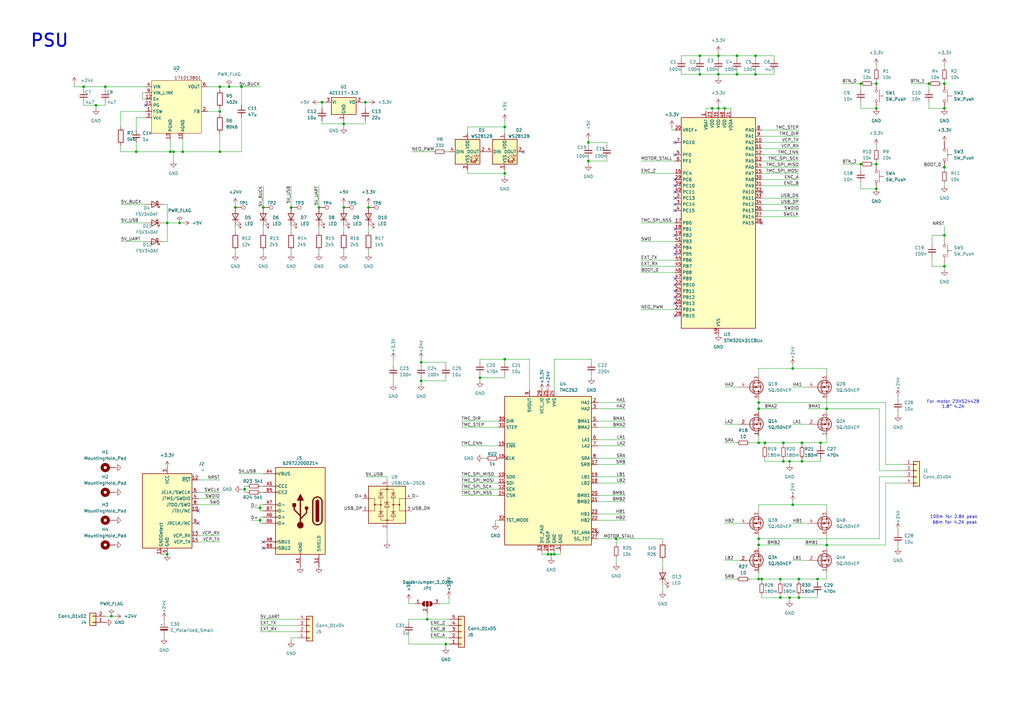
<source format=kicad_sch>
(kicad_sch (version 20250114) (generator "eeschema") (generator_version "9.0")
  (paper "A3")
  (text "66m for 4.2A peak" (at 391.668 214.376 0) (effects (font (size 1.27 1.27))))
  (text "100m for 2.8A peak" (at 391.16 212.09 0) (effects (font (size 1.27 1.27))))
  (text "For motor 23HS2442B\n1.8° 4.2A" (at 390.906 165.862 0) (effects (font (size 1.27 1.27))))
  (text "PSU\n" (at 20.32 16.764 0) (effects (font (size 5.08 5.08) (thickness 0.762) (bold yes))))
  (junction (at 294.64 44.45))
  (junction (at 107.95 85.09))
  (junction (at 292.1 44.45))
  (junction (at 241.3 58.42))
  (junction (at 39.37 43.18))
  (junction (at 93.98 35.56))
  (junction (at 34.29 35.56))
  (junction (at 302.26 30.48))
  (junction (at 175.26 254))
  (junction (at 311.15 237.49))
  (junction (at 323.85 245.11))
  (junction (at 119.38 85.09))
  (junction (at 287.02 22.86))
  (junction (at 353.06 34.29))
  (junction (at 311.15 167.64))
  (junction (at 320.04 245.11))
  (junction (at 294.64 22.86))
  (junction (at 140.97 50.8))
  (junction (at 196.85 154.94))
  (junction (at 381 34.29))
  (junction (at 68.58 227.33))
  (junction (at 132.08 41.91))
  (junction (at 287.02 30.48))
  (junction (at 297.18 44.45))
  (junction (at 323.85 189.23))
  (junction (at 172.72 148.59))
  (junction (at 140.97 85.09))
  (junction (at 387.35 68.58))
  (junction (at 309.88 22.86))
  (junction (at 74.93 62.23))
  (junction (at 241.3 66.04))
  (junction (at 311.15 223.52))
  (junction (at 327.66 237.49))
  (junction (at 328.93 181.61))
  (junction (at 335.28 237.49))
  (junction (at 73.66 91.44))
  (junction (at 45.72 252.73))
  (junction (at 90.17 62.23))
  (junction (at 359.41 67.31))
  (junction (at 312.42 237.49))
  (junction (at 294.64 30.48))
  (junction (at 90.17 45.72))
  (junction (at 359.41 77.47))
  (junction (at 387.35 44.45))
  (junction (at 302.26 22.86))
  (junction (at 182.88 264.16))
  (junction (at 387.35 34.29))
  (junction (at 106.68 208.28))
  (junction (at 387.35 109.22))
  (junction (at 90.17 35.56))
  (junction (at 96.52 85.09))
  (junction (at 321.31 189.23))
  (junction (at 336.55 181.61))
  (junction (at 68.58 91.44))
  (junction (at 359.41 44.45))
  (junction (at 309.88 30.48))
  (junction (at 151.13 85.09))
  (junction (at 106.68 213.36))
  (junction (at 55.88 62.23))
  (junction (at 313.69 181.61))
  (junction (at 353.06 67.31))
  (junction (at 224.79 227.33))
  (junction (at 130.81 85.09))
  (junction (at 172.72 156.21))
  (junction (at 43.18 35.56))
  (junction (at 100.33 200.66))
  (junction (at 71.12 62.23))
  (junction (at 359.41 34.29))
  (junction (at 227.33 227.33))
  (junction (at 327.66 245.11))
  (junction (at 328.93 189.23))
  (junction (at 311.15 220.98))
  (junction (at 387.35 96.52))
  (junction (at 311.15 165.1))
  (junction (at 320.04 237.49))
  (junction (at 339.09 167.64))
  (junction (at 321.31 181.61))
  (junction (at 69.85 62.23))
  (junction (at 325.12 151.13))
  (junction (at 339.09 223.52))
  (junction (at 207.01 147.32))
  (junction (at 226.06 227.33))
  (junction (at 149.86 41.91))
  (junction (at 252.73 220.98))
  (junction (at 99.06 35.56))
  (junction (at 207.01 52.07))
  (junction (at 311.15 181.61))
  (junction (at 325.12 207.01))
  (junction (at 207.01 71.12))
  (no_connect (at 276.86 96.52))
  (no_connect (at 276.86 119.38))
  (no_connect (at 276.86 83.82))
  (no_connect (at 276.86 93.98))
  (no_connect (at 276.86 78.74))
  (no_connect (at 276.86 104.14))
  (no_connect (at 276.86 63.5))
  (no_connect (at 276.86 58.42))
  (no_connect (at 312.42 91.44))
  (no_connect (at 107.95 224.79))
  (no_connect (at 107.95 222.25))
  (no_connect (at 276.86 76.2))
  (no_connect (at 276.86 129.54))
  (no_connect (at 59.69 43.18))
  (no_connect (at 245.11 218.44))
  (no_connect (at 276.86 121.92))
  (no_connect (at 214.63 62.23))
  (no_connect (at 276.86 116.84))
  (no_connect (at 276.86 81.28))
  (no_connect (at 276.86 101.6))
  (no_connect (at 276.86 124.46))
  (no_connect (at 81.28 214.63))
  (no_connect (at 276.86 114.3))
  (no_connect (at 276.86 86.36))
  (no_connect (at 276.86 73.66))
  (no_connect (at 312.42 78.74))
  (no_connect (at 81.28 209.55))
  (wire (pts (xy 81.28 222.25) (xy 90.17 222.25)))
  (wire (pts (xy 130.81 92.71) (xy 130.81 95.25)))
  (wire (pts (xy 49.53 83.82) (xy 59.69 83.82)))
  (wire (pts (xy 262.89 106.68) (xy 276.86 106.68)))
  (wire (pts (xy 49.53 62.23) (xy 55.88 62.23)))
  (wire (pts (xy 321.31 189.23) (xy 323.85 189.23)))
  (wire (pts (xy 323.85 245.11) (xy 323.85 246.38)))
  (wire (pts (xy 353.06 41.91) (xy 353.06 44.45)))
  (wire (pts (xy 198.12 187.96) (xy 199.39 187.96)))
  (wire (pts (xy 256.54 182.88) (xy 245.11 182.88)))
  (wire (pts (xy 328.93 181.61) (xy 328.93 182.88)))
  (wire (pts (xy 312.42 83.82) (xy 327.66 83.82)))
  (wire (pts (xy 100.33 199.39) (xy 100.33 200.66)))
  (wire (pts (xy 107.95 92.71) (xy 107.95 95.25)))
  (wire (pts (xy 382.27 96.52) (xy 382.27 100.33)))
  (wire (pts (xy 161.29 154.94) (xy 161.29 157.48)))
  (wire (pts (xy 353.06 77.47) (xy 359.41 77.47)))
  (wire (pts (xy 177.8 62.23) (xy 168.91 62.23)))
  (wire (pts (xy 119.38 261.62) (xy 119.38 262.89)))
  (wire (pts (xy 279.4 30.48) (xy 287.02 30.48)))
  (wire (pts (xy 287.02 30.48) (xy 287.02 29.21)))
  (wire (pts (xy 96.52 83.82) (xy 96.52 85.09)))
  (wire (pts (xy 297.18 44.45) (xy 299.72 44.45)))
  (wire (pts (xy 99.06 35.56) (xy 106.68 35.56)))
  (wire (pts (xy 90.17 35.56) (xy 93.98 35.56)))
  (wire (pts (xy 132.08 50.8) (xy 140.97 50.8)))
  (wire (pts (xy 58.42 40.64) (xy 59.69 40.64)))
  (wire (pts (xy 102.87 213.36) (xy 106.68 213.36)))
  (wire (pts (xy 252.73 228.6) (xy 252.73 231.14)))
  (wire (pts (xy 140.97 92.71) (xy 140.97 95.25)))
  (wire (pts (xy 151.13 92.71) (xy 151.13 95.25)))
  (wire (pts (xy 256.54 198.12) (xy 245.11 198.12)))
  (wire (pts (xy 49.53 99.06) (xy 59.69 99.06)))
  (wire (pts (xy 323.85 189.23) (xy 328.93 189.23)))
  (wire (pts (xy 382.27 105.41) (xy 382.27 109.22)))
  (wire (pts (xy 49.53 59.69) (xy 49.53 62.23)))
  (wire (pts (xy 297.18 181.61) (xy 302.26 181.61)))
  (wire (pts (xy 353.06 74.93) (xy 353.06 77.47)))
  (wire (pts (xy 312.42 76.2) (xy 327.66 76.2)))
  (wire (pts (xy 262.89 66.04) (xy 276.86 66.04)))
  (wire (pts (xy 297.18 214.63) (xy 303.53 214.63)))
  (wire (pts (xy 321.31 181.61) (xy 321.31 182.88)))
  (wire (pts (xy 30.48 35.56) (xy 30.48 34.29)))
  (wire (pts (xy 359.41 26.67) (xy 359.41 27.94)))
  (wire (pts (xy 312.42 53.34) (xy 327.66 53.34)))
  (wire (pts (xy 196.85 147.32) (xy 196.85 148.59)))
  (wire (pts (xy 68.58 91.44) (xy 67.31 91.44)))
  (wire (pts (xy 106.68 254) (xy 121.92 254)))
  (wire (pts (xy 241.3 67.31) (xy 241.3 66.04)))
  (wire (pts (xy 81.28 207.01) (xy 90.17 207.01)))
  (wire (pts (xy 97.79 194.31) (xy 107.95 194.31)))
  (wire (pts (xy 74.93 57.15) (xy 74.93 62.23)))
  (wire (pts (xy 311.15 165.1) (xy 311.15 167.64)))
  (wire (pts (xy 93.98 35.56) (xy 99.06 35.56)))
  (wire (pts (xy 345.44 67.31) (xy 353.06 67.31)))
  (wire (pts (xy 245.11 172.72) (xy 256.54 172.72)))
  (wire (pts (xy 69.85 57.15) (xy 69.85 62.23)))
  (wire (pts (xy 191.77 71.12) (xy 207.01 71.12)))
  (wire (pts (xy 336.55 189.23) (xy 336.55 187.96)))
  (wire (pts (xy 359.41 59.69) (xy 359.41 60.96)))
  (wire (pts (xy 106.68 201.93) (xy 107.95 201.93)))
  (wire (pts (xy 132.08 49.53) (xy 132.08 50.8)))
  (wire (pts (xy 217.17 147.32) (xy 207.01 147.32)))
  (wire (pts (xy 167.64 246.38) (xy 167.64 247.65)))
  (wire (pts (xy 248.92 66.04) (xy 241.3 66.04)))
  (wire (pts (xy 311.15 220.98) (xy 311.15 223.52)))
  (wire (pts (xy 323.85 245.11) (xy 327.66 245.11)))
  (wire (pts (xy 106.68 208.28) (xy 106.68 209.55)))
  (wire (pts (xy 297.18 173.99) (xy 303.53 173.99)))
  (wire (pts (xy 189.23 175.26) (xy 204.47 175.26)))
  (wire (pts (xy 49.53 45.72) (xy 49.53 52.07)))
  (wire (pts (xy 176.53 261.62) (xy 184.15 261.62)))
  (wire (pts (xy 106.68 212.09) (xy 106.68 213.36)))
  (wire (pts (xy 196.85 153.67) (xy 196.85 154.94)))
  (wire (pts (xy 327.66 237.49) (xy 327.66 238.76)))
  (wire (pts (xy 189.23 182.88) (xy 204.47 182.88)))
  (wire (pts (xy 222.25 227.33) (xy 222.25 226.06)))
  (wire (pts (xy 331.47 167.64) (xy 339.09 167.64)))
  (wire (pts (xy 149.86 44.45) (xy 149.86 41.91)))
  (wire (pts (xy 207.01 147.32) (xy 207.01 148.59)))
  (wire (pts (xy 149.86 41.91) (xy 148.59 41.91)))
  (wire (pts (xy 106.68 207.01) (xy 106.68 208.28)))
  (wire (pts (xy 312.42 245.11) (xy 320.04 245.11)))
  (wire (pts (xy 43.18 35.56) (xy 59.69 35.56)))
  (wire (pts (xy 297.18 45.72) (xy 297.18 44.45)))
  (wire (pts (xy 158.75 222.25) (xy 158.75 217.17)))
  (wire (pts (xy 58.42 38.1) (xy 58.42 40.64)))
  (wire (pts (xy 325.12 229.87) (xy 331.47 229.87)))
  (wire (pts (xy 151.13 102.87) (xy 151.13 104.14)))
  (wire (pts (xy 287.02 22.86) (xy 287.02 24.13)))
  (wire (pts (xy 292.1 45.72) (xy 292.1 44.45)))
  (wire (pts (xy 241.3 66.04) (xy 241.3 64.77)))
  (wire (pts (xy 248.92 58.42) (xy 248.92 59.69)))
  (wire (pts (xy 309.88 30.48) (xy 309.88 29.21)))
  (wire (pts (xy 339.09 224.79) (xy 339.09 223.52)))
  (wire (pts (xy 328.93 189.23) (xy 336.55 189.23)))
  (wire (pts (xy 323.85 189.23) (xy 323.85 190.5)))
  (wire (pts (xy 101.6 199.39) (xy 100.33 199.39)))
  (wire (pts (xy 59.69 45.72) (xy 49.53 45.72)))
  (wire (pts (xy 360.68 193.04) (xy 370.84 193.04)))
  (wire (pts (xy 81.28 201.93) (xy 90.17 201.93)))
  (wire (pts (xy 262.89 111.76) (xy 276.86 111.76)))
  (wire (pts (xy 189.23 200.66) (xy 204.47 200.66)))
  (wire (pts (xy 100.33 200.66) (xy 100.33 201.93)))
  (wire (pts (xy 149.86 195.58) (xy 158.75 195.58)))
  (wire (pts (xy 381 36.83) (xy 381 34.29)))
  (wire (pts (xy 317.5 30.48) (xy 309.88 30.48)))
  (wire (pts (xy 311.15 220.98) (xy 360.68 220.98)))
  (wire (pts (xy 363.22 190.5) (xy 370.84 190.5)))
  (wire (pts (xy 55.88 62.23) (xy 69.85 62.23)))
  (wire (pts (xy 121.92 261.62) (xy 119.38 261.62)))
  (wire (pts (xy 184.15 247.65) (xy 180.34 247.65)))
  (wire (pts (xy 245.11 175.26) (xy 256.54 175.26)))
  (wire (pts (xy 289.56 44.45) (xy 292.1 44.45)))
  (wire (pts (xy 262.89 71.12) (xy 276.86 71.12)))
  (wire (pts (xy 311.15 234.95) (xy 311.15 237.49)))
  (wire (pts (xy 311.15 181.61) (xy 313.69 181.61)))
  (wire (pts (xy 386.08 34.29) (xy 387.35 34.29)))
  (wire (pts (xy 140.97 49.53) (xy 140.97 50.8)))
  (wire (pts (xy 182.88 149.86) (xy 182.88 148.59)))
  (wire (pts (xy 90.17 45.72) (xy 90.17 46.99)))
  (wire (pts (xy 85.09 35.56) (xy 90.17 35.56)))
  (wire (pts (xy 245.11 190.5) (xy 256.54 190.5)))
  (wire (pts (xy 339.09 167.64) (xy 339.09 168.91)))
  (wire (pts (xy 106.68 256.54) (xy 121.92 256.54)))
  (wire (pts (xy 90.17 62.23) (xy 99.06 62.23)))
  (wire (pts (xy 271.78 229.87) (xy 271.78 232.41)))
  (wire (pts (xy 325.12 205.74) (xy 325.12 207.01)))
  (wire (pts (xy 312.42 86.36) (xy 327.66 86.36)))
  (wire (pts (xy 106.68 214.63) (xy 107.95 214.63)))
  (wire (pts (xy 353.06 36.83) (xy 353.06 34.29)))
  (wire (pts (xy 327.66 237.49) (xy 335.28 237.49)))
  (wire (pts (xy 68.58 227.33) (xy 66.04 227.33)))
  (wire (pts (xy 363.22 165.1) (xy 363.22 190.5)))
  (wire (pts (xy 309.88 22.86) (xy 317.5 22.86)))
  (wire (pts (xy 368.3 170.18) (xy 368.3 168.91)))
  (wire (pts (xy 387.35 96.52) (xy 382.27 96.52)))
  (wire (pts (xy 34.29 35.56) (xy 43.18 35.56)))
  (wire (pts (xy 227.33 227.33) (xy 227.33 226.06)))
  (wire (pts (xy 107.95 76.2) (xy 107.95 85.09)))
  (wire (pts (xy 73.66 91.44) (xy 74.93 91.44)))
  (wire (pts (xy 71.12 62.23) (xy 74.93 62.23)))
  (wire (pts (xy 172.72 156.21) (xy 182.88 156.21)))
  (wire (pts (xy 387.35 97.79) (xy 387.35 96.52)))
  (wire (pts (xy 313.69 187.96) (xy 313.69 189.23)))
  (wire (pts (xy 311.15 163.83) (xy 311.15 165.1)))
  (wire (pts (xy 207.01 54.61) (xy 207.01 52.07)))
  (wire (pts (xy 262.89 127) (xy 276.86 127)))
  (wire (pts (xy 339.09 151.13) (xy 339.09 153.67)))
  (wire (pts (xy 130.81 102.87) (xy 130.81 104.14)))
  (wire (pts (xy 245.11 187.96) (xy 256.54 187.96)))
  (wire (pts (xy 363.22 198.12) (xy 370.84 198.12)))
  (wire (pts (xy 327.66 245.11) (xy 327.66 243.84)))
  (wire (pts (xy 313.69 189.23) (xy 321.31 189.23)))
  (wire (pts (xy 311.15 223.52) (xy 311.15 224.79)))
  (wire (pts (xy 325.12 151.13) (xy 339.09 151.13)))
  (wire (pts (xy 359.41 66.04) (xy 359.41 67.31)))
  (wire (pts (xy 302.26 30.48) (xy 309.88 30.48)))
  (wire (pts (xy 99.06 48.26) (xy 99.06 62.23)))
  (wire (pts (xy 90.17 35.56) (xy 90.17 36.83)))
  (wire (pts (xy 30.48 35.56) (xy 34.29 35.56)))
  (wire (pts (xy 294.64 30.48) (xy 294.64 29.21)))
  (wire (pts (xy 387.35 107.95) (xy 387.35 109.22)))
  (wire (pts (xy 245.11 220.98) (xy 252.73 220.98)))
  (wire (pts (xy 381 41.91) (xy 381 44.45)))
  (wire (pts (xy 312.42 238.76) (xy 312.42 237.49)))
  (wire (pts (xy 335.28 237.49) (xy 339.09 237.49)))
  (wire (pts (xy 100.33 201.93) (xy 101.6 201.93)))
  (wire (pts (xy 90.17 54.61) (xy 90.17 62.23)))
  (wire (pts (xy 242.57 147.32) (xy 242.57 148.59)))
  (wire (pts (xy 176.53 259.08) (xy 184.15 259.08)))
  (wire (pts (xy 256.54 213.36) (xy 245.11 213.36)))
  (wire (pts (xy 167.64 255.27) (xy 167.64 254)))
  (wire (pts (xy 207.01 147.32) (xy 196.85 147.32)))
  (wire (pts (xy 312.42 71.12) (xy 327.66 71.12)))
  (wire (pts (xy 172.72 154.94) (xy 172.72 156.21)))
  (wire (pts (xy 102.87 208.28) (xy 106.68 208.28)))
  (wire (pts (xy 119.38 92.71) (xy 119.38 95.25)))
  (wire (pts (xy 182.88 265.43) (xy 182.88 264.16)))
  (wire (pts (xy 242.57 153.67) (xy 242.57 154.94)))
  (wire (pts (xy 43.18 252.73) (xy 45.72 252.73)))
  (wire (pts (xy 182.88 264.16) (xy 184.15 264.16)))
  (wire (pts (xy 302.26 22.86) (xy 294.64 22.86)))
  (wire (pts (xy 245.11 205.74) (xy 256.54 205.74)))
  (wire (pts (xy 46.99 252.73) (xy 45.72 252.73)))
  (wire (pts (xy 309.88 22.86) (xy 302.26 22.86)))
  (wire (pts (xy 353.06 44.45) (xy 359.41 44.45)))
  (wire (pts (xy 119.38 102.87) (xy 119.38 104.14)))
  (wire (pts (xy 224.79 227.33) (xy 224.79 226.06)))
  (wire (pts (xy 69.85 62.23) (xy 71.12 62.23)))
  (wire (pts (xy 307.34 237.49) (xy 311.15 237.49)))
  (wire (pts (xy 99.06 35.56) (xy 99.06 43.18)))
  (wire (pts (xy 140.97 102.87) (xy 140.97 104.14)))
  (wire (pts (xy 262.89 109.22) (xy 276.86 109.22)))
  (wire (pts (xy 175.26 251.46) (xy 175.26 254)))
  (wire (pts (xy 313.69 181.61) (xy 321.31 181.61)))
  (wire (pts (xy 68.58 99.06) (xy 67.31 99.06)))
  (wire (pts (xy 325.12 173.99) (xy 331.47 173.99)))
  (wire (pts (xy 39.37 43.18) (xy 39.37 44.45)))
  (wire (pts (xy 130.81 41.91) (xy 132.08 41.91)))
  (wire (pts (xy 311.15 167.64) (xy 311.15 168.91)))
  (wire (pts (xy 68.58 99.06) (xy 68.58 91.44)))
  (wire (pts (xy 107.95 212.09) (xy 106.68 212.09)))
  (wire (pts (xy 321.31 181.61) (xy 328.93 181.61)))
  (wire (pts (xy 302.26 30.48) (xy 302.26 29.21)))
  (wire (pts (xy 106.68 209.55) (xy 107.95 209.55)))
  (wire (pts (xy 297.18 237.49) (xy 302.26 237.49)))
  (wire (pts (xy 302.26 30.48) (xy 294.64 30.48)))
  (wire (pts (xy 312.42 237.49) (xy 320.04 237.49)))
  (wire (pts (xy 43.18 43.18) (xy 43.18 41.91)))
  (wire (pts (xy 140.97 50.8) (xy 149.86 50.8)))
  (wire (pts (xy 149.86 50.8) (xy 149.86 49.53)))
  (wire (pts (xy 311.15 237.49) (xy 312.42 237.49)))
  (wire (pts (xy 248.92 58.42) (xy 241.3 58.42)))
  (wire (pts (xy 312.42 243.84) (xy 312.42 245.11)))
  (wire (pts (xy 294.64 44.45) (xy 297.18 44.45)))
  (wire (pts (xy 71.12 62.23) (xy 71.12 66.04)))
  (wire (pts (xy 335.28 237.49) (xy 335.28 238.76)))
  (wire (pts (xy 327.66 60.96) (xy 312.42 60.96)))
  (wire (pts (xy 74.93 62.23) (xy 90.17 62.23)))
  (wire (pts (xy 226.06 227.33) (xy 226.06 228.6)))
  (wire (pts (xy 387.35 26.67) (xy 387.35 27.94)))
  (wire (pts (xy 312.42 55.88) (xy 327.66 55.88)))
  (wire (pts (xy 312.42 81.28) (xy 327.66 81.28)))
  (wire (pts (xy 59.69 48.26) (xy 55.88 48.26)))
  (wire (pts (xy 360.68 220.98) (xy 360.68 195.58)))
  (wire (pts (xy 39.37 43.18) (xy 43.18 43.18)))
  (wire (pts (xy 172.72 148.59) (xy 172.72 149.86)))
  (wire (pts (xy 252.73 220.98) (xy 252.73 223.52)))
  (wire (pts (xy 309.88 22.86) (xy 309.88 24.13)))
  (wire (pts (xy 67.31 261.62) (xy 67.31 260.35)))
  (wire (pts (xy 81.28 219.71) (xy 90.17 219.71)))
  (wire (pts (xy 358.14 34.29) (xy 359.41 34.29)))
  (wire (pts (xy 175.26 254) (xy 184.15 254)))
  (wire (pts (xy 262.89 91.44) (xy 276.86 91.44)))
  (wire (pts (xy 68.58 83.82) (xy 67.31 83.82)))
  (wire (pts (xy 227.33 160.02) (xy 227.33 147.32)))
  (wire (pts (xy 189.23 172.72) (xy 204.47 172.72)))
  (wire (pts (xy 43.18 36.83) (xy 43.18 35.56)))
  (wire (pts (xy 368.3 224.79) (xy 368.3 223.52)))
  (wire (pts (xy 106.68 199.39) (xy 107.95 199.39)))
  (wire (pts (xy 34.29 43.18) (xy 39.37 43.18)))
  (wire (pts (xy 294.64 21.59) (xy 294.64 22.86)))
  (wire (pts (xy 59.69 38.1) (xy 58.42 38.1)))
  (wire (pts (xy 360.68 195.58) (xy 370.84 195.58)))
  (wire (pts (xy 241.3 58.42) (xy 241.3 59.69)))
  (wire (pts (xy 256.54 165.1) (xy 245.11 165.1)))
  (wire (pts (xy 320.04 243.84) (xy 320.04 245.11)))
  (wire (pts (xy 311.15 219.71) (xy 311.15 220.98)))
  (wire (pts (xy 85.09 45.72) (xy 90.17 45.72)))
  (wire (pts (xy 245.11 203.2) (xy 256.54 203.2)))
  (wire (pts (xy 335.28 245.11) (xy 335.28 243.84)))
  (wire (pts (xy 203.2 213.36) (xy 204.47 213.36)))
  (wire (pts (xy 360.68 167.64) (xy 360.68 193.04)))
  (wire (pts (xy 196.85 154.94) (xy 196.85 156.21)))
  (wire (pts (xy 256.54 167.64) (xy 245.11 167.64)))
  (wire (pts (xy 207.01 49.53) (xy 207.01 52.07)))
  (wire (pts (xy 229.87 227.33) (xy 229.87 226.06)))
  (wire (pts (xy 172.72 148.59) (xy 182.88 148.59)))
  (wire (pts (xy 294.64 31.75) (xy 294.64 30.48)))
  (wire (pts (xy 96.52 102.87) (xy 96.52 104.14)))
  (wire (pts (xy 279.4 22.86) (xy 279.4 24.13)))
  (wire (pts (xy 387.35 92.71) (xy 387.35 96.52)))
  (wire (pts (xy 317.5 29.21) (xy 317.5 30.48)))
  (wire (pts (xy 328.93 181.61) (xy 336.55 181.61)))
  (wire (pts (xy 327.66 245.11) (xy 335.28 245.11)))
  (wire (pts (xy 256.54 210.82) (xy 245.11 210.82)))
  (wire (pts (xy 189.23 195.58) (xy 204.47 195.58)))
  (wire (pts (xy 81.28 196.85) (xy 90.17 196.85)))
  (wire (pts (xy 312.42 68.58) (xy 327.66 68.58)))
  (wire (pts (xy 203.2 214.63) (xy 203.2 213.36)))
  (wire (pts (xy 107.95 207.01) (xy 106.68 207.01)))
  (wire (pts (xy 161.29 147.32) (xy 161.29 149.86)))
  (wire (pts (xy 182.88 156.21) (xy 182.88 154.94)))
  (wire (pts (xy 172.72 156.21) (xy 172.72 157.48)))
  (wire (pts (xy 227.33 147.32) (xy 242.57 147.32)))
  (wire (pts (xy 132.08 41.91) (xy 133.35 41.91)))
  (wire (pts (xy 167.64 254) (xy 175.26 254)))
  (wire (pts (xy 339.09 181.61) (xy 339.09 179.07)))
  (wire (pts (xy 336.55 181.61) (xy 339.09 181.61)))
  (wire (pts (xy 167.64 260.35) (xy 167.64 264.16)))
  (wire (pts (xy 191.77 52.07) (xy 207.01 52.07)))
  (wire (pts (xy 68.58 91.44) (xy 73.66 91.44)))
  (wire (pts (xy 172.72 147.32) (xy 172.72 148.59)))
  (wire (pts (xy 34.29 41.91) (xy 34.29 43.18)))
  (wire (pts (xy 307.34 181.61) (xy 311.15 181.61)))
  (wire (pts (xy 325.12 149.86) (xy 325.12 151.13)))
  (wire (pts (xy 34.29 36.83) (xy 34.29 35.56)))
  (wire (pts (xy 312.42 66.04) (xy 327.66 66.04)))
  (wire (pts (xy 312.42 88.9) (xy 327.66 88.9)))
  (wire (pts (xy 96.52 92.71) (xy 96.52 95.25)))
  (wire (pts (xy 248.92 66.04) (xy 248.92 64.77)))
  (wire (pts (xy 106.68 213.36) (xy 106.68 214.63)))
  (wire (pts (xy 302.26 22.86) (xy 302.26 24.13)))
  (wire (pts (xy 330.2 223.52) (xy 339.09 223.52)))
  (wire (pts (xy 312.42 63.5) (xy 327.66 63.5)))
  (wire (pts (xy 196.85 154.94) (xy 207.01 154.94)))
  (wire (pts (xy 339.09 163.83) (xy 339.09 167.64)))
  (wire (pts (xy 279.4 30.48) (xy 279.4 29.21)))
  (wire (pts (xy 311.15 223.52) (xy 320.04 223.52)))
  (wire (pts (xy 275.59 53.34) (xy 275.59 52.07)))
  (wire (pts (xy 320.04 237.49) (xy 320.04 238.76)))
  (wire (pts (xy 339.09 223.52) (xy 363.22 223.52)))
  (wire (pts (xy 241.3 57.15) (xy 241.3 58.42)))
  (wire (pts (xy 373.38 34.29) (xy 381 34.29)))
  (wire (pts (xy 49.53 91.44) (xy 59.69 91.44)))
  (wire (pts (xy 311.15 165.1) (xy 363.22 165.1)))
  (wire (pts (xy 387.35 33.02) (xy 387.35 34.29)))
  (wire (pts (xy 336.55 181.61) (xy 336.55 182.88)))
  (wire (pts (xy 227.33 227.33) (xy 229.87 227.33)))
  (wire (pts (xy 99.06 200.66) (xy 100.33 200.66)))
  (wire (pts (xy 299.72 45.72) (xy 299.72 44.45)))
  (wire (pts (xy 189.23 203.2) (xy 204.47 203.2)))
  (wire (pts (xy 130.81 76.2) (xy 130.81 85.09)))
  (wire (pts (xy 311.15 179.07) (xy 311.15 181.61)))
  (wire (pts (xy 184.15 245.11) (xy 184.15 247.65)))
  (wire (pts (xy 381 44.45) (xy 387.35 44.45)))
  (wire (pts (xy 313.69 181.61) (xy 313.69 182.88)))
  (wire (pts (xy 67.31 254) (xy 67.31 255.27)))
  (wire (pts (xy 107.95 102.87) (xy 107.95 104.14)))
  (wire (pts (xy 106.68 259.08) (xy 121.92 259.08)))
  (wire (pts (xy 158.75 195.58) (xy 158.75 196.85)))
  (wire (pts (xy 191.77 69.85) (xy 191.77 71.12)))
  (wire (pts (xy 151.13 83.82) (xy 151.13 85.09)))
  (wire (pts (xy 224.79 227.33) (xy 226.06 227.33)))
  (wire (pts (xy 325.12 214.63) (xy 331.47 214.63)))
  (wire (pts (xy 149.86 41.91) (xy 151.13 41.91)))
  (wire (pts (xy 294.64 22.86) (xy 294.64 24.13)))
  (wire (pts (xy 387.35 74.93) (xy 387.35 76.2)))
  (wire (pts (xy 294.64 44.45) (xy 294.64 45.72)))
  (wire (pts (xy 339.09 219.71) (xy 339.09 223.52)))
  (wire (pts (xy 339.09 237.49) (xy 339.09 234.95)))
  (wire (pts (xy 345.44 34.29) (xy 353.06 34.29)))
  (wire (pts (xy 368.3 217.17) (xy 368.3 218.44)))
  (wire (pts (xy 292.1 44.45) (xy 294.64 44.45)))
  (wire (pts (xy 207.01 69.85) (xy 207.01 71.12)))
  (wire (pts (xy 252.73 220.98) (xy 271.78 220.98)))
  (wire (pts (xy 262.89 99.06) (xy 276.86 99.06)))
  (wire (pts (xy 271.78 240.03) (xy 271.78 242.57)))
  (wire (pts (xy 256.54 180.34) (xy 245.11 180.34)))
  (wire (pts (xy 297.18 229.87) (xy 303.53 229.87)))
  (wire (pts (xy 311.15 167.64) (xy 318.77 167.64)))
  (wire (pts (xy 358.14 67.31) (xy 359.41 67.31)))
  (wire (pts (xy 132.08 44.45) (xy 132.08 41.91)))
  (wire (pts (xy 327.66 58.42) (xy 312.42 58.42)))
  (wire (pts (xy 325.12 158.75) (xy 331.47 158.75)))
  (wire (pts (xy 217.17 147.32) (xy 217.17 160.02)))
  (wire (pts (xy 311.15 153.67) (xy 311.15 151.13)))
  (wire (pts (xy 317.5 24.13) (xy 317.5 22.86)))
  (wire (pts (xy 311.15 151.13) (xy 325.12 151.13)))
  (wire (pts (xy 382.27 109.22) (xy 387.35 109.22)))
  (wire (pts (xy 81.28 204.47) (xy 90.17 204.47)))
  (wire (pts (xy 328.93 189.23) (xy 328.93 187.96)))
  (wire (pts (xy 287.02 22.86) (xy 294.64 22.86)))
  (wire (pts (xy 359.41 33.02) (xy 359.41 34.29)))
  (wire (pts (xy 276.86 53.34) (xy 275.59 53.34)))
  (wire (pts (xy 207.01 153.67) (xy 207.01 154.94)))
  (wire (pts (xy 207.01 71.12) (xy 207.01 72.39)))
  (wire (pts (xy 222.25 227.33) (xy 224.79 227.33)))
  (wire (pts (xy 387.35 109.22) (xy 387.35 110.49)))
  (wire (pts (xy 312.42 73.66) (xy 327.66 73.66)))
  (wire (pts (xy 167.64 264.16) (xy 182.88 264.16)))
  (wire (pts (xy 256.54 195.58) (xy 245.11 195.58)))
  (wire (pts (xy 387.35 68.58) (xy 387.35 69.85)))
  (wire (pts (xy 287.02 30.48) (xy 294.64 30.48)))
  (wire (pts (xy 353.06 69.85) (xy 353.06 67.31)))
  (wire (pts (xy 294.64 43.18) (xy 294.64 44.45)))
  (wire (pts (xy 368.3 162.56) (xy 368.3 163.83)))
  (wire (pts (xy 55.88 58.42) (xy 55.88 62.23)))
  (wire (pts (xy 339.09 167.64) (xy 360.68 167.64)))
  (wire (pts (xy 55.88 48.26) (xy 55.88 53.34)))
  (wire (pts (xy 387.35 68.58) (xy 386.08 68.58)))
  (wire (pts (xy 271.78 222.25) (xy 271.78 220.98)))
  (wire (pts (xy 289.56 45.72) (xy 289.56 44.45)))
  (wire (pts (xy 167.64 247.65) (xy 170.18 247.65)))
  (wire (pts (xy 90.17 44.45) (xy 90.17 45.72)))
  (wire (pts (xy 140.97 83.82) (xy 140.97 85.09)))
  (wire (pts (xy 119.38 76.2) (xy 119.38 85.09)))
  (wire (pts (xy 320.04 237.49) (xy 327.66 237.49)))
  (wire (pts (xy 140.97 50.8) (xy 140.97 52.07)))
  (wire (pts (xy 226.06 227.33) (xy 227.33 227.33)))
  (wire (pts (xy 363.22 223.52) (xy 363.22 198.12)))
  (wire (pts (xy 311.15 209.55) (xy 311.15 207.01)))
  (wire (pts (xy 311.15 207.01) (xy 325.12 207.01)))
  (wire (pts (xy 182.88 62.23) (xy 184.15 62.23)))
  (wire (pts (xy 339.09 207.01) (xy 339.09 209.55)))
  (wire (pts (xy 189.23 198.12) (xy 204.47 198.12)))
  (wire (pts (xy 191.77 54.61) (xy 191.77 52.07)))
  (wire (pts (xy 320.04 245.11) (xy 323.85 245.11)))
  (wire (pts (xy 325.12 207.01) (xy 339.09 207.01)))
  (wire (pts (xy 176.53 256.54) (xy 184.15 256.54)))
  (wire (pts (xy 287.02 22.86) (xy 279.4 22.86)))
  (wire (pts (xy 297.18 158.75) (xy 303.53 158.75)))
  (wire (pts (xy 321.31 187.96) (xy 321.31 189.23)))
  (wire (pts (xy 68.58 83.82) (xy 68.58 91.44)))
  (label "LA2" (at 297.18 173.99 0))
  (label "BMB2" (at 256.54 205.74 180))
  (label "TMC_SPI_NSS" (at 262.89 91.44 0))
  (label "NRST" (at 387.35 92.71 180))
  (label "HA1" (at 325.12 158.75 0))
  (label "HA2" (at 297.18 158.75 0))
  (label "BMA2" (at 318.77 167.64 180))
  (label "EXT_RX" (at 262.89 109.22 0))
  (label "LB2" (at 297.18 229.87 0))
  (label "LB2" (at 256.54 198.12 180))
  (label "NEO_PWM" (at 168.91 62.23 0))
  (label "HB2" (at 297.18 214.63 0))
  (label "SRA" (at 256.54 187.96 180))
  (label "SWCLK" (at 90.17 201.93 180))
  (label "TMC_SPI_MOSI" (at 189.23 198.12 0))
  (label "HB1" (at 256.54 210.82 180))
  (label "EXT_TX" (at 262.89 106.68 0))
  (label "D+" (at 102.87 213.36 0))
  (label "USB_DN" (at 168.91 209.55 0))
  (label "TMC_STEP" (at 189.23 175.26 0))
  (label "BMA1" (at 256.54 172.72 180))
  (label "TMC_SPI_MISO" (at 327.66 68.58 180))
  (label "SWDIO" (at 327.66 86.36 180))
  (label "BTN_0" (at 345.44 34.29 0))
  (label "5V_USB" (at 119.38 76.2 270))
  (label "ENC_Z" (at 176.53 256.54 0))
  (label "5V_BUCK" (at 106.68 35.56 180))
  (label "EXT_RX" (at 106.68 259.08 0))
  (label "5V_UART" (at 106.68 254 0))
  (label "USB_DP" (at 148.59 209.55 180))
  (label "SRB" (at 256.54 190.5 180))
  (label "TMC_SPI_SCK" (at 189.23 200.66 0))
  (label "BOOT_0" (at 386.08 68.58 180))
  (label "SRB" (at 297.18 237.49 0))
  (label "MOTOR_STALL" (at 262.89 66.04 0))
  (label "HB2" (at 256.54 213.36 180))
  (label "TMC_SPI_MISO" (at 189.23 195.58 0))
  (label "TMC_SPI_MOSI" (at 327.66 71.12 180))
  (label "TMC_DIR" (at 189.23 172.72 0))
  (label "VCP_TX" (at 90.17 222.25 180))
  (label "TMC_ENN" (at 327.66 63.5 180))
  (label "SWDIO" (at 90.17 204.47 180))
  (label "LA1" (at 325.12 173.99 0))
  (label "D+" (at 148.59 204.47 180))
  (label "TMC_SPI_SCK" (at 327.66 66.04 180))
  (label "ENC_Z" (at 262.89 71.12 0))
  (label "BMA1" (at 331.47 167.64 0))
  (label "NEO_PWM" (at 262.89 127 0))
  (label "5V_UART" (at 49.53 99.06 0))
  (label "5V_USB" (at 49.53 91.44 0))
  (label "5V_BUCK" (at 107.95 76.2 270))
  (label "LA1" (at 256.54 180.34 180))
  (label "BTN_2" (at 345.44 67.31 0))
  (label "VCP_RX" (at 90.17 219.71 180))
  (label "TMC_DIR" (at 327.66 55.88 180))
  (label "SWO" (at 262.89 99.06 0))
  (label "BMA2" (at 256.54 175.26 180))
  (label "5V_USB" (at 97.79 194.31 0))
  (label "TMC_SPI_NSS" (at 189.23 203.2 0))
  (label "LB1" (at 325.12 229.87 0))
  (label "ENC_B" (at 327.66 76.2 180))
  (label "HB1" (at 325.12 214.63 0))
  (label "ENC_B" (at 176.53 259.08 0))
  (label "LB1" (at 256.54 195.58 180))
  (label "BMB1" (at 256.54 203.2 180))
  (label "5V_UART" (at 130.81 76.2 270))
  (label "VCP_RX" (at 327.66 60.96 180))
  (label "BMB2" (at 320.04 223.52 180))
  (label "SRA" (at 297.18 181.61 0))
  (label "ENC_A" (at 176.53 261.62 0))
  (label "TMC_STEP" (at 327.66 53.34 180))
  (label "5V_USB" (at 149.86 195.58 0))
  (label "D-" (at 168.91 204.47 0))
  (label "USB_DP" (at 327.66 83.82 180))
  (label "VCP_TX" (at 327.66 58.42 180))
  (label "MOTOR_STALL" (at 260.35 220.98 180))
  (label "EXT_TX" (at 106.68 256.54 0))
  (label "BOOT_0" (at 262.89 111.76 0))
  (label "SWCLK" (at 327.66 88.9 180))
  (label "D-" (at 102.87 208.28 0))
  (label "HA2" (at 256.54 167.64 180))
  (label "LA2" (at 256.54 182.88 180))
  (label "5V_BUCK" (at 49.53 83.82 0))
  (label "NRST" (at 90.17 196.85 180))
  (label "BMB1" (at 330.2 223.52 0))
  (label "HA1" (at 256.54 165.1 180))
  (label "ENC_A" (at 327.66 73.66 180))
  (label "BTN_1" (at 373.38 34.29 0))
  (label "TMC_ENN" (at 189.23 182.88 0))
  (label "SWO" (at 90.17 207.01 180))
  (label "USB_DN" (at 327.66 81.28 180))
  (symbol (lib_id "power:+5V") (at 130.81 41.91 90) (unit 1)
    (property "Reference" "#PWR06" (effects (hide yes)))
    (property "Value" "+5V" (at 127 41.9099 90) (effects (justify left)))
    (property "Description" "Power symbol creates a global label with name \"+5V\"" (effects (hide yes)))
  )
  (symbol (lib_id "power:GND") (at 46.99 201.93 90) (unit 1)
    (property "Reference" "#PWR051" (effects (hide yes)))
    (property "Value" "GND" (effects (hide yes)))
    (property "Description" "Power symbol creates a global label with name \"GND\" , ground" (effects (hide yes)))
  )
  (symbol (lib_id "Maker_librairy:WE_171013801") (at 72.39 43.18 0) (unit 1)
    (property "Reference" "U2" (at 72.39 27.94 0))
    (property "Value" "~" (at 72.39 29.21 0))
    (property "Footprint" "Maker:171013801" (effects (hide yes)))
  )
  (symbol (lib_id "Device:C_Small") (at 196.85 151.13 0) (unit 1)
    (property "Reference" "C20" (at 199.39 149.8662 0) (effects (justify left)))
    (property "Value" "470n" (at 199.39 152.4062 0) (effects (justify left)))
    (property "Footprint" "Capacitor_SMD:C_0402_1005Metric" (effects (hide yes)))
    (property "Description" "Unpolarized capacitor, small symbol" (effects (hide yes)))
  )
  (symbol (lib_id "Connector:TestPoint") (at 130.81 85.09 270) (unit 1)
    (property "Reference" "TP4" (at 134.366 83.312 90))
    (property "Value" "5V_USB" (effects (hide yes)))
    (property "Footprint" "TestPoint:TestPoint_Pad_D1.0mm" (effects (hide yes)))
    (property "Description" "test point" (effects (hide yes)))
  )
  (symbol (lib_id "power:GND") (at 207.01 72.39 0) (unit 1)
    (property "Reference" "#PWR020" (effects (hide yes)))
    (property "Value" "GND" (at 207.01 77.47 0))
    (property "Description" "Power symbol creates a global label with name \"GND\" , ground" (effects (hide yes)))
  )
  (symbol (lib_id "SQJ504EP:SQJ504EP") (at 336.55 173.99 0) (unit 1)
    (property "Reference" "Q2" (at 342.9 172.7199 0) (effects (justify left)))
    (property "Value" "SQJ504EP" (at 342.9 175.2599 0) (effects (justify left)))
    (property "Footprint" "Maker_librairy:SQJ504EP" (effects (hide yes)))
    (property "MPN" "SQJ504EP-T1_GE3" (effects (hide yes)))
  )
  (symbol (lib_id "Connector:TestPoint") (at 119.38 85.09 270) (unit 1)
    (property "Reference" "TP3" (at 122.936 83.312 90))
    (property "Value" "5V_USB" (effects (hide yes)))
    (property "Footprint" "TestPoint:TestPoint_Pad_D1.0mm" (effects (hide yes)))
    (property "Description" "test point" (effects (hide yes)))
  )
  (symbol (lib_id "power:GND") (at 43.18 255.27 90) (unit 1)
    (property "Reference" "#PWR070" (effects (hide yes)))
    (property "Value" "GND" (at 46.99 255.2699 90) (effects (justify right)))
    (property "Description" "Power symbol creates a global label with name \"GND\" , ground" (effects (hide yes)))
  )
  (symbol (lib_id "power:GND") (at 161.29 157.48 0) (unit 1)
    (property "Reference" "#PWR040" (effects (hide yes)))
    (property "Value" "GND" (at 161.29 162.56 0))
    (property "Description" "Power symbol creates a global label with name \"GND\" , ground" (effects (hide yes)))
  )
  (symbol (lib_id "Device:LED") (at 151.13 88.9 90) (unit 1)
    (property "Reference" "D10" (at 154.94 89.2174 90) (effects (justify right)))
    (property "Value" "LED" (at 154.94 91.7574 90) (effects (justify right)))
    (property "Footprint" "LED_SMD:LED_0603_1608Metric" (effects (hide yes)))
    (property "Description" "Light emitting diode" (effects (hide yes)))
  )
  (symbol (lib_id "Device:C_Small") (at 287.02 26.67 0) (mirror y) (unit 1)
    (property "Reference" "C2" (at 285.496 25.4 0) (effects (justify left)))
    (property "Value" "100n" (at 287.02 28.448 0) (effects (justify left)))
    (property "Footprint" "Capacitor_SMD:C_0402_1005Metric" (effects (hide yes)))
    (property "Description" "Unpolarized capacitor, small symbol" (effects (hide yes)))
  )
  (symbol (lib_id "Device:C_Small") (at 336.55 185.42 0) (unit 1)
    (property "Reference" "C27" (at 339.09 184.1562 0) (effects (justify left)))
    (property "Value" "470n" (at 339.09 186.6962 0) (effects (justify left)))
    (property "Footprint" "Capacitor_SMD:C_0402_1005Metric" (effects (hide yes)))
    (property "Description" "Unpolarized capacitor, small symbol" (effects (hide yes)))
  )
  (symbol (lib_id "power:+5V") (at 207.01 49.53 0) (unit 1)
    (property "Reference" "#PWR012" (effects (hide yes)))
    (property "Value" "+5V" (at 207.0101 45.72 90) (effects (justify left)))
    (property "Description" "Power symbol creates a global label with name \"+5V\"" (effects (hide yes)))
  )
  (symbol (lib_id "power:GND") (at 198.12 187.96 270) (unit 1)
    (property "Reference" "#PWR046" (effects (hide yes)))
    (property "Value" "GND" (at 194.31 187.9599 90) (effects (justify right)))
    (property "Description" "Power symbol creates a global label with name \"GND\" , ground" (effects (hide yes)))
  )
  (symbol (lib_id "power:+3.3V") (at 222.25 160.02 0) (mirror y) (unit 1)
    (property "Reference" "#PWR042" (effects (hide yes)))
    (property "Value" "+3.3V" (at 222.25 154.432 90))
    (property "Description" "Power symbol creates a global label with name \"+3.3V\"" (effects (hide yes)))
  )
  (symbol (lib_id "power:GND") (at 323.85 246.38 0) (unit 1)
    (property "Reference" "#PWR067" (effects (hide yes)))
    (property "Value" "GND" (at 323.85 251.46 0))
    (property "Description" "Power symbol creates a global label with name \"GND\" , ground" (effects (hide yes)))
  )
  (symbol (lib_id "SQJ504EP:SQJ504EP") (at 308.61 158.75 0) (unit 2)
    (property "Reference" "Q1" (at 314.96 157.4799 0) (effects (justify left)))
    (property "Value" "SQJ504EP" (at 314.96 160.0199 0) (effects (justify left)))
    (property "Footprint" "Maker_librairy:SQJ504EP" (effects (hide yes)))
    (property "MPN" "SQJ504EP-T1_GE3" (effects (hide yes)))
  )
  (symbol (lib_id "power:GND") (at 226.06 228.6 0) (unit 1)
    (property "Reference" "#PWR060" (effects (hide yes)))
    (property "Value" "GND" (at 226.06 233.68 0))
    (property "Description" "Power symbol creates a global label with name \"GND\" , ground" (effects (hide yes)))
  )
  (symbol (lib_id "Device:C_Small") (at 335.28 241.3 0) (unit 1)
    (property "Reference" "C29" (at 337.82 240.0362 0) (effects (justify left)))
    (property "Value" "470n" (at 337.82 242.5762 0) (effects (justify left)))
    (property "Footprint" "Capacitor_SMD:C_0402_1005Metric" (effects (hide yes)))
    (property "Description" "Unpolarized capacitor, small symbol" (effects (hide yes)))
  )
  (symbol (lib_id "power:GND") (at 203.2 214.63 0) (unit 1)
    (property "Reference" "#PWR054" (effects (hide yes)))
    (property "Value" "GND" (at 203.2 219.71 0))
    (property "Description" "Power symbol creates a global label with name \"GND\" , ground" (effects (hide yes)))
  )
  (symbol (lib_id "power:GND") (at 359.41 44.45 0) (unit 1)
    (property "Reference" "#PWR010" (effects (hide yes)))
    (property "Value" "GND" (at 359.41 49.53 0))
    (property "Description" "Power symbol creates a global label with name \"GND\" , ground" (effects (hide yes)))
  )
  (symbol (lib_id "power:GND") (at 130.81 232.41 0) (mirror y) (unit 1)
    (property "Reference" "#PWR063" (effects (hide yes)))
    (property "Value" "GND" (effects (hide yes)))
    (property "Description" "Power symbol creates a global label with name \"GND\" , ground" (effects (hide yes)))
  )
  (symbol (lib_id "Connector_Generic:Conn_01x04") (at 375.92 193.04 0) (unit 1)
    (property "Reference" "J1" (at 378.46 193.0399 0) (effects (justify left)))
    (property "Value" "Conn_01x04" (at 378.46 195.5799 0) (effects (justify left)))
    (property "Footprint" "Connector_JST:JST_XH_B4B-XH-A_1x04_P2.50mm_Vertical" (effects (hide yes)))
    (property "Description" "Generic connector, single row, 01x04, script generated (kicad-library-utils/schlib/autogen/connector/)" (effects (hide yes)))
  )
  (symbol (lib_id "power:GND") (at 119.38 104.14 0) (unit 1)
    (property "Reference" "#PWR029" (effects (hide yes)))
    (property "Value" "GND" (at 119.38 109.22 0))
    (property "Description" "Power symbol creates a global label with name \"GND\" , ground" (effects (hide yes)))
  )
  (symbol (lib_id "Device:R_Small") (at 359.41 63.5 180) (unit 1)
    (property "Reference" "R9" (at 361.95 62.2299 0) (effects (justify right)))
    (property "Value" "10k" (at 361.95 64.7699 0) (effects (justify right)))
    (property "Footprint" "Resistor_SMD:R_0402_1005Metric" (effects (hide yes)))
    (property "Description" "Resistor, small symbol" (effects (hide yes)))
  )
  (symbol (lib_id "power:GND") (at 68.58 227.33 0) (mirror y) (unit 1)
    (property "Reference" "#PWR059" (effects (hide yes)))
    (property "Value" "GND" (effects (hide yes)))
    (property "Description" "Power symbol creates a global label with name \"GND\" , ground" (effects (hide yes)))
  )
  (symbol (lib_id "Device:R_Small") (at 180.34 62.23 90) (unit 1)
    (property "Reference" "R8" (at 180.34 57.15 90))
    (property "Value" "330" (at 180.34 59.69 90))
    (property "Footprint" "Resistor_SMD:R_0402_1005Metric" (effects (hide yes)))
    (property "Description" "Resistor, small symbol" (effects (hide yes)))
  )
  (symbol (lib_id "power:+3.3V") (at 275.59 52.07 0) (mirror y) (unit 1)
    (property "Reference" "#PWR014" (effects (hide yes)))
    (property "Value" "+3.3V" (at 275.59 46.99 0))
    (property "Description" "Power symbol creates a global label with name \"+3.3V\"" (effects (hide yes)))
  )
  (symbol (lib_id "power:+3.3V") (at 359.41 26.67 0) (unit 1)
    (property "Reference" "#PWR02" (effects (hide yes)))
    (property "Value" "+3.3V" (at 359.41 21.59 0))
    (property "Description" "Power symbol creates a global label with name \"+3.3V\"" (effects (hide yes)))
  )
  (symbol (lib_id "power:GND") (at 107.95 104.14 0) (unit 1)
    (property "Reference" "#PWR028" (effects (hide yes)))
    (property "Value" "GND" (at 107.95 109.22 0))
    (property "Description" "Power symbol creates a global label with name \"GND\" , ground" (effects (hide yes)))
  )
  (symbol (lib_id "power:+24V") (at 224.79 160.02 0) (unit 1)
    (property "Reference" "#PWR043" (effects (hide yes)))
    (property "Value" "+24V" (at 224.79 157.48 90) (effects (justify left)))
    (property "Description" "Power symbol creates a global label with name \"+24V\"" (effects (hide yes)))
  )
  (symbol (lib_id "Device:R_Small") (at 328.93 185.42 0) (unit 1)
    (property "Reference" "R21" (at 329.946 184.15 0) (effects (justify left)))
    (property "Value" "180m" (at 329.946 186.69 0) (effects (justify left)))
    (property "Footprint" "Resistor_SMD:R_0612_1632Metric" (effects (hide yes)))
    (property "Description" "Resistor, small symbol" (effects (hide yes)))
    (property "MPN" "561 070 332 057" (effects (hide yes)))
  )
  (symbol (lib_id "Device:R") (at 90.17 50.8 0) (unit 1)
    (property "Reference" "R6" (at 92.71 49.5299 0) (effects (justify left)))
    (property "Value" "80k6" (at 92.71 52.0699 0) (effects (justify left)))
    (property "Footprint" "Resistor_SMD:R_0402_1005Metric" (effects (hide yes)))
    (property "Description" "Resistor" (effects (hide yes)))
  )
  (symbol (lib_id "power:+5V") (at 140.97 83.82 0) (unit 1)
    (property "Reference" "#PWR024" (effects (hide yes)))
    (property "Value" "+5V" (at 140.97 78.74 0))
    (property "Description" "Power symbol creates a global label with name \"+5V\"" (effects (hide yes)))
  )
  (symbol (lib_id "power:GND") (at 368.3 224.79 0) (unit 1)
    (property "Reference" "#PWR058" (effects (hide yes)))
    (property "Value" "GND" (at 368.3 229.87 0))
    (property "Description" "Power symbol creates a global label with name \"GND\" , ground" (effects (hide yes)))
  )
  (symbol (lib_id "Device:LED") (at 107.95 88.9 90) (unit 1)
    (property "Reference" "D6" (at 111.76 89.2174 90) (effects (justify right)))
    (property "Value" "LED" (at 111.76 91.7574 90) (effects (justify right)))
    (property "Footprint" "LED_SMD:LED_0603_1608Metric" (effects (hide yes)))
    (property "Description" "Light emitting diode" (effects (hide yes)))
  )
  (symbol (lib_id "power:GND") (at 294.64 31.75 0) (mirror y) (unit 1)
    (property "Reference" "#PWR04" (effects (hide yes)))
    (property "Value" "GND" (effects (hide yes)))
    (property "Description" "Power symbol creates a global label with name \"GND\" , ground" (effects (hide yes)))
  )
  (symbol (lib_id "Device:C_Small") (at 207.01 151.13 0) (unit 1)
    (property "Reference" "C21" (at 209.804 149.86 0) (effects (justify left)))
    (property "Value" "10u" (at 209.804 152.4 0) (effects (justify left)))
    (property "Footprint" "Capacitor_SMD:C_0603_1608Metric" (effects (hide yes)))
    (property "Description" "Unpolarized capacitor, small symbol" (effects (hide yes)))
    (property "MPN" "885 012 106 006" (effects (hide yes)))
  )
  (symbol (lib_id "Device:R_Small") (at 104.14 199.39 90) (unit 1)
    (property "Reference" "R23" (at 101.6 197.358 90))
    (property "Value" "5k1" (at 106.172 197.358 90))
    (property "Footprint" "Resistor_SMD:R_0402_1005Metric" (effects (hide yes)))
    (property "Description" "Resistor, small symbol" (effects (hide yes)))
  )
  (symbol (lib_id "power:GND") (at 323.85 190.5 0) (unit 1)
    (property "Reference" "#PWR047" (effects (hide yes)))
    (property "Value" "GND" (at 323.85 195.58 0))
    (property "Description" "Power symbol creates a global label with name \"GND\" , ground" (effects (hide yes)))
  )
  (symbol (lib_id "power:+24V") (at 325.12 205.74 0) (unit 1)
    (property "Reference" "#PWR052" (effects (hide yes)))
    (property "Value" "+24V" (at 325.12 203.2 90) (effects (justify left)))
    (property "Description" "Power symbol creates a global label with name \"+24V\"" (effects (hide yes)))
  )
  (symbol (lib_id "power:+24V") (at 96.52 83.82 0) (unit 1)
    (property "Reference" "#PWR023" (effects (hide yes)))
    (property "Value" "+24V" (at 96.52 78.74 0))
    (property "Description" "Power symbol creates a global label with name \"+24V\"" (effects (hide yes)))
  )
  (symbol (lib_id "Device:R_Small") (at 359.41 30.48 180) (unit 1)
    (property "Reference" "R1" (at 361.95 29.2099 0) (effects (justify right)))
    (property "Value" "10k" (at 361.95 31.7499 0) (effects (justify right)))
    (property "Footprint" "Resistor_SMD:R_0402_1005Metric" (effects (hide yes)))
    (property "Description" "Resistor, small symbol" (effects (hide yes)))
  )
  (symbol (lib_id "Device:C_Small") (at 55.88 55.88 0) (unit 1)
    (property "Reference" "C14" (at 58.42 54.6162 0) (effects (justify left)))
    (property "Value" "1u" (at 58.42 57.1562 0) (effects (justify left)))
    (property "Footprint" "Capacitor_SMD:C_0402_1005Metric" (effects (hide yes)))
    (property "Description" "Unpolarized capacitor, small symbol" (effects (hide yes)))
  )
  (symbol (lib_id "power:GND") (at 46.99 223.52 90) (unit 1)
    (property "Reference" "#PWR057" (effects (hide yes)))
    (property "Value" "GND" (effects (hide yes)))
    (property "Description" "Power symbol creates a global label with name \"GND\" , ground" (effects (hide yes)))
  )
  (symbol (lib_id "power:+24V") (at 30.48 34.29 0) (unit 1)
    (property "Reference" "#PWR05" (effects (hide yes)))
    (property "Value" "+24V" (at 33.02 33.0199 0) (effects (justify left)))
    (property "Description" "Power symbol creates a global label with name \"+24V\"" (effects (hide yes)))
  )
  (symbol (lib_id "LED:WS2812B") (at 191.77 62.23 0) (unit 1)
    (property "Reference" "D1" (at 197.612 53.34 0))
    (property "Value" "WS2812B" (at 197.612 55.88 0))
    (property "Footprint" "LED_SMD:LED_WS2812B_PLCC4_5.0x5.0mm_P3.2mm" (effects (hide yes)))
    (property "Datasheet" "https://cdn-shop.adafruit.com/datasheets/WS2812B.pdf" (effects (hide yes)))
    (property "Description" "RGB LED with integrated controller" (effects (hide yes)))
  )
  (symbol (lib_id "Device:C_Small") (at 182.88 152.4 0) (unit 1)
    (property "Reference" "C25" (at 185.42 151.1362 0) (effects (justify left)))
    (property "Value" "10u" (at 185.42 153.6762 0) (effects (justify left)))
    (property "Footprint" "Capacitor_SMD:C_1206_3216Metric" (effects (hide yes)))
    (property "Description" "Unpolarized capacitor, small symbol" (effects (hide yes)))
    (property "MPN" "885 012 208 069" (effects (hide yes)))
  )
  (symbol (lib_id "Device:LED") (at 130.81 88.9 90) (unit 1)
    (property "Reference" "D8" (at 134.62 89.2174 90) (effects (justify right)))
    (property "Value" "LED" (at 134.62 91.7574 90) (effects (justify right)))
    (property "Footprint" "LED_SMD:LED_0603_1608Metric" (effects (hide yes)))
    (property "Description" "Light emitting diode" (effects (hide yes)))
  )
  (symbol (lib_id "power:GND") (at 151.13 104.14 0) (unit 1)
    (property "Reference" "#PWR032" (effects (hide yes)))
    (property "Value" "GND" (at 151.13 109.22 0))
    (property "Description" "Power symbol creates a global label with name \"GND\" , ground" (effects (hide yes)))
  )
  (symbol (lib_id "Device:R_Small") (at 201.93 187.96 90) (unit 1)
    (property "Reference" "R22" (at 201.93 186.182 90))
    (property "Value" "1k" (at 201.93 190.246 90))
    (property "Footprint" "Resistor_SMD:R_0402_1005Metric" (effects (hide yes)))
    (property "Description" "Resistor, small symbol" (effects (hide yes)))
  )
  (symbol (lib_id "power:GND") (at 140.97 104.14 0) (unit 1)
    (property "Reference" "#PWR031" (effects (hide yes)))
    (property "Value" "GND" (at 140.97 109.22 0))
    (property "Description" "Power symbol creates a global label with name \"GND\" , ground" (effects (hide yes)))
  )
  (symbol (lib_id "power:GND") (at 130.81 104.14 0) (unit 1)
    (property "Reference" "#PWR030" (effects (hide yes)))
    (property "Value" "GND" (at 130.81 109.22 0))
    (property "Description" "Power symbol creates a global label with name \"GND\" , ground" (effects (hide yes)))
  )
  (symbol (lib_id "power:+3.3V") (at 151.13 41.91 270) (unit 1)
    (property "Reference" "#PWR07" (effects (hide yes)))
    (property "Value" "+3.3V" (at 154.94 41.9099 90) (effects (justify left)))
    (property "Description" "Power symbol creates a global label with name \"+3.3V\"" (effects (hide yes)))
  )
  (symbol (lib_id "Device:R_Small") (at 383.54 34.29 90) (unit 1)
    (property "Reference" "R4" (at 383.54 29.21 90))
    (property "Value" "10k" (at 383.54 31.75 90))
    (property "Footprint" "Resistor_SMD:R_0402_1005Metric" (effects (hide yes)))
    (property "Description" "Resistor, small symbol" (effects (hide yes)))
  )
  (symbol (lib_id "power:PWR_FLAG") (at 73.66 91.44 0) (unit 1)
    (property "Reference" "#FLG02" (effects (hide yes)))
    (property "Value" "PWR_FLAG" (at 73.66 86.36 0))
    (property "Description" "Special symbol for telling ERC where power comes from" (effects (hide yes)))
  )
  (symbol (lib_id "Device:C_Small") (at 99.06 45.72 0) (unit 1)
    (property "Reference" "C11" (at 101.6 44.4562 0) (effects (justify left)))
    (property "Value" "47u" (at 101.6 46.9962 0) (effects (justify left)))
    (property "Footprint" "Capacitor_SMD:C_0805_2012Metric" (effects (hide yes)))
    (property "Description" "Unpolarized capacitor, small symbol" (effects (hide yes)))
    (property "MPN" "885 012 107 006" (effects (hide yes)))
  )
  (symbol (lib_id "Mechanical:MountingHole_Pad") (at 44.45 213.36 90) (unit 1) (exclude_from_sim yes) (in_bom no)
    (property "Reference" "H3" (at 43.18 207.01 90))
    (property "Value" "MountingHole_Pad" (at 43.18 209.55 90))
    (property "Footprint" "MountingHole:MountingHole_3.2mm_M3_Pad_Via" (effects (hide yes)))
    (property "Description" "Mounting Hole with connection" (effects (hide yes)))
  )
  (symbol (lib_id "Device:R_Small") (at 320.04 241.3 0) (unit 1)
    (property "Reference" "R29" (at 321.056 240.03 0) (effects (justify left)))
    (property "Value" "180m" (at 321.056 242.57 0) (effects (justify left)))
    (property "Footprint" "Resistor_SMD:R_0612_1632Metric" (effects (hide yes)))
    (property "Description" "Resistor, small symbol" (effects (hide yes)))
    (property "MPN" "561 070 332 057" (effects (hide yes)))
  )
  (symbol (lib_id "power:GND") (at 119.38 262.89 0) (unit 1)
    (property "Reference" "#PWR072" (effects (hide yes)))
    (property "Value" "GND" (at 119.38 267.97 0))
    (property "Description" "Power symbol creates a global label with name \"GND\" , ground" (effects (hide yes)))
  )
  (symbol (lib_id "Mechanical:MountingHole_Pad") (at 44.45 223.52 90) (unit 1) (exclude_from_sim yes) (in_bom no)
    (property "Reference" "H4" (at 43.18 217.17 90))
    (property "Value" "MountingHole_Pad" (at 43.18 219.71 90))
    (property "Footprint" "MountingHole:MountingHole_3.2mm_M3_Pad_Via" (effects (hide yes)))
    (property "Description" "Mounting Hole with connection" (effects (hide yes)))
  )
  (symbol (lib_id "SQJ504EP:SQJ504EP") (at 336.55 229.87 0) (unit 1)
    (property "Reference" "Q4" (at 342.9 228.5999 0) (effects (justify left)))
    (property "Value" "SQJ504EP" (at 342.9 231.1399 0) (effects (justify left)))
    (property "Footprint" "Maker_librairy:SQJ504EP" (effects (hide yes)))
    (property "MPN" "SQJ504EP-T1_GE3" (effects (hide yes)))
  )
  (symbol (lib_id "Device:C_Small") (at 353.06 72.39 0) (unit 1)
    (property "Reference" "C18" (at 345.948 71.12 0) (effects (justify left)))
    (property "Value" "10n" (at 345.948 73.66 0) (effects (justify left)))
    (property "Footprint" "Capacitor_SMD:C_0402_1005Metric" (effects (hide yes)))
    (property "Description" "Unpolarized capacitor, small symbol" (effects (hide yes)))
    (property "MPN" "WE 885012205050" (effects (hide yes)))
  )
  (symbol (lib_id "Switch:SW_Push") (at 387.35 39.37 270) (unit 1)
    (property "Reference" "SW2" (at 391.16 38.0999 90) (effects (justify left)))
    (property "Value" "SW_Push" (at 391.16 40.6399 90) (effects (justify left)))
    (property "Footprint" "Maker:KSS221GLFS" (effects (hide yes)))
    (property "Description" "Push button switch, generic, two pins" (effects (hide yes)))
    (property "MPN" " KSS221GLFS" (effects (hide yes)))
  )
  (symbol (lib_id "power:GND") (at 158.75 222.25 0) (mirror y) (unit 1)
    (property "Reference" "#PWR056" (effects (hide yes)))
    (property "Value" "GND" (effects (hide yes)))
    (property "Description" "Power symbol creates a global label with name \"GND\" , ground" (effects (hide yes)))
  )
  (symbol (lib_id "SQJ504EP:SQJ504EP") (at 308.61 214.63 0) (unit 2)
    (property "Reference" "Q3" (at 314.96 213.3599 0) (effects (justify left)))
    (property "Value" "SQJ504EP" (at 314.96 215.8999 0) (effects (justify left)))
    (property "Footprint" "Maker_librairy:SQJ504EP" (effects (hide yes)))
    (property "MPN" "SQJ504EP-T1_GE3" (effects (hide yes)))
  )
  (symbol (lib_id "power:GND") (at 252.73 231.14 0) (unit 1)
    (property "Reference" "#PWR061" (effects (hide yes)))
    (property "Value" "GND" (at 252.73 236.22 0))
    (property "Description" "Power symbol creates a global label with name \"GND\" , ground" (effects (hide yes)))
  )
  (symbol (lib_id "Device:C_Small") (at 167.64 257.81 0) (mirror y) (unit 1)
    (property "Reference" "C31" (at 166.116 256.54 0) (effects (justify left)))
    (property "Value" "1u" (at 167.64 259.588 0) (effects (justify left)))
    (property "Footprint" "Capacitor_SMD:C_0402_1005Metric" (effects (hide yes)))
    (property "Description" "Unpolarized capacitor, small symbol" (effects (hide yes)))
  )
  (symbol (lib_id "power:+24V") (at 325.12 149.86 0) (unit 1)
    (property "Reference" "#PWR037" (effects (hide yes)))
    (property "Value" "+24V" (at 325.12 147.32 90) (effects (justify left)))
    (property "Description" "Power symbol creates a global label with name \"+24V\"" (effects (hide yes)))
  )
  (symbol (lib_id "Device:C_Small") (at 382.27 102.87 0) (unit 1)
    (property "Reference" "C19" (at 375.158 101.6 0) (effects (justify left)))
    (property "Value" "100n" (at 375.158 104.14 0) (effects (justify left)))
    (property "Footprint" "Capacitor_SMD:C_0402_1005Metric" (effects (hide yes)))
    (property "Description" "Unpolarized capacitor, small symbol" (effects (hide yes)))
    (property "MPN" "WE 885012205050" (effects (hide yes)))
  )
  (symbol (lib_id "power:GND") (at 241.3 67.31 0) (unit 1)
    (property "Reference" "#PWR019" (effects (hide yes)))
    (property "Value" "GND" (at 241.3 72.39 0))
    (property "Description" "Power symbol creates a global label with name \"GND\" , ground" (effects (hide yes)))
  )
  (symbol (lib_id "power:GND") (at 271.78 242.57 0) (unit 1)
    (property "Reference" "#PWR064" (effects (hide yes)))
    (property "Value" "GND" (at 271.78 247.65 0))
    (property "Description" "Power symbol creates a global label with name \"GND\" , ground" (effects (hide yes)))
  )
  (symbol (lib_id "power:GND") (at 46.99 191.77 90) (unit 1)
    (property "Reference" "#PWR048" (effects (hide yes)))
    (property "Value" "GND" (effects (hide yes)))
    (property "Description" "Power symbol creates a global label with name \"GND\" , ground" (effects (hide yes)))
  )
  (symbol (lib_id "power:+5V") (at 241.3 57.15 0) (unit 1)
    (property "Reference" "#PWR015" (effects (hide yes)))
    (property "Value" "+5V" (at 241.3001 53.34 90) (effects (justify left)))
    (property "Description" "Power symbol creates a global label with name \"+5V\"" (effects (hide yes)))
  )
  (symbol (lib_id "Device:R") (at 140.97 99.06 0) (unit 1)
    (property "Reference" "R16" (at 143.51 97.7899 0) (effects (justify left)))
    (property "Value" "2k5" (at 143.51 100.3299 0) (effects (justify left)))
    (property "Footprint" "Resistor_SMD:R_0402_1005Metric" (effects (hide yes)))
    (property "Description" "Resistor" (effects (hide yes)))
  )
  (symbol (lib_id "power:+3.3V") (at 151.13 83.82 0) (unit 1)
    (property "Reference" "#PWR025" (effects (hide yes)))
    (property "Value" "+3.3V" (at 151.13 78.74 0))
    (property "Description" "Power symbol creates a global label with name \"+3.3V\"" (effects (hide yes)))
  )
  (symbol (lib_id "power:+3.3V") (at 387.35 26.67 0) (unit 1)
    (property "Reference" "#PWR03" (effects (hide yes)))
    (property "Value" "+3.3V" (at 387.35 21.59 0))
    (property "Description" "Power symbol creates a global label with name \"+3.3V\"" (effects (hide yes)))
  )
  (symbol (lib_id "power:GND") (at 67.31 261.62 0) (unit 1)
    (property "Reference" "#PWR071" (effects (hide yes)))
    (property "Value" "GND" (at 67.31 266.7 0))
    (property "Description" "Power symbol creates a global label with name \"GND\" , ground" (effects (hide yes)))
  )
  (symbol (lib_id "Power_Protection:USBLC6-2SC6") (at 158.75 207.01 0) (unit 1)
    (property "Reference" "U5" (at 160.4011 195.58 0) (effects (justify left)))
    (property "Value" "USBLC6-2SC6" (at 160.4011 198.12 0) (effects (justify left)))
    (property "Footprint" "Package_TO_SOT_SMD:SOT-23-6" (effects (hide yes)))
    (property "Datasheet" "https://www.st.com/resource/en/datasheet/usblc6-2.pdf" (effects (hide yes)))
    (property "MPN" "USBLC6-2SC6" (effects (hide yes)))
  )
  (symbol (lib_id "Connector:TestPoint") (at 96.52 85.09 270) (unit 1)
    (property "Reference" "TP1" (at 100.076 83.312 90))
    (property "Value" "24V" (effects (hide yes)))
    (property "Footprint" "TestPoint:TestPoint_Pad_D1.0mm" (effects (hide yes)))
    (property "Description" "test point" (effects (hide yes)))
  )
  (symbol (lib_id "power:+3.3V") (at 68.58 191.77 0) (mirror y) (unit 1)
    (property "Reference" "#PWR049" (effects (hide yes)))
    (property "Value" "+3.3V" (at 68.58 186.69 0))
    (property "Description" "Power symbol creates a global label with name \"+3.3V\"" (effects (hide yes)))
  )
  (symbol (lib_id "power:+24V") (at 172.72 147.32 0) (unit 1)
    (property "Reference" "#PWR036" (effects (hide yes)))
    (property "Value" "+24V" (at 172.72 144.78 90) (effects (justify left)))
    (property "Description" "Power symbol creates a global label with name \"+24V\"" (effects (hide yes)))
  )
  (symbol (lib_id "Device:R_Small") (at 321.31 185.42 0) (unit 1)
    (property "Reference" "R20" (at 322.326 184.15 0) (effects (justify left)))
    (property "Value" "180m" (at 322.326 186.69 0) (effects (justify left)))
    (property "Footprint" "Resistor_SMD:R_0612_1632Metric" (effects (hide yes)))
    (property "Description" "Resistor, small symbol" (effects (hide yes)))
    (property "MPN" "561 070 332 057" (effects (hide yes)))
  )
  (symbol (lib_id "Device:R_Small") (at 304.8 181.61 90) (unit 1)
    (property "Reference" "R18" (at 304.8 176.53 90))
    (property "Value" "10" (at 304.8 179.07 90))
    (property "Footprint" "Resistor_SMD:R_0402_1005Metric" (effects (hide yes)))
    (property "Description" "Resistor, small symbol" (effects (hide yes)))
  )
  (symbol (lib_id "power:GND") (at 96.52 104.14 0) (unit 1)
    (property "Reference" "#PWR027" (effects (hide yes)))
    (property "Value" "GND" (at 96.52 109.22 0))
    (property "Description" "Power symbol creates a global label with name \"GND\" , ground" (effects (hide yes)))
  )
  (symbol (lib_id "Device:C_Small") (at 368.3 166.37 0) (unit 1)
    (property "Reference" "C26" (at 370.84 165.1062 0) (effects (justify left)))
    (property "Value" "10u" (at 370.84 167.6462 0) (effects (justify left)))
    (property "Footprint" "Capacitor_SMD:C_1206_3216Metric" (effects (hide yes)))
    (property "Description" "Unpolarized capacitor, small symbol" (effects (hide yes)))
    (property "MPN" "885 012 208 069" (effects (hide yes)))
  )
  (symbol (lib_id "Device:C_Small") (at 381 39.37 0) (unit 1)
    (property "Reference" "C10" (at 373.888 38.1 0) (effects (justify left)))
    (property "Value" "10n" (at 373.888 40.64 0) (effects (justify left)))
    (property "Footprint" "Capacitor_SMD:C_0402_1005Metric" (effects (hide yes)))
    (property "Description" "Unpolarized capacitor, small symbol" (effects (hide yes)))
    (property "MPN" "WE 885012205050" (effects (hide yes)))
  )
  (symbol (lib_id "Device:LED") (at 119.38 88.9 90) (unit 1)
    (property "Reference" "D7" (at 123.19 89.2174 90) (effects (justify right)))
    (property "Value" "LED" (at 123.19 91.7574 90) (effects (justify right)))
    (property "Footprint" "LED_SMD:LED_0603_1608Metric" (effects (hide yes)))
    (property "Description" "Light emitting diode" (effects (hide yes)))
  )
  (symbol (lib_id "Driver_Motor:TMC262") (at 224.79 193.04 0) (unit 1)
    (property "Reference" "U4" (at 229.4733 157.48 0) (effects (justify left)))
    (property "Value" "TMC262" (at 229.4733 160.02 0) (effects (justify left)))
    (property "Footprint" "Package_DFN_QFN:QFN-32-1EP_5x5mm_P0.5mm_EP3.45x3.45mm" (effects (hide yes)))
    (property "Datasheet" "https://www.trinamic.com/fileadmin/assets/Products/ICs_Documents/TMC262_Datasheet.pdf" (effects (hide yes)))
    (property "Description" "Driver for two-phase stepper motors with external mosfet" (effects (hide yes)))
  )
  (symbol (lib_id "Switch:SW_Push") (at 387.35 102.87 270) (unit 1)
    (property "Reference" "SW5" (at 391.16 101.5999 90) (effects (justify left)))
    (property "Value" "SW_Push" (at 391.16 104.1399 90) (effects (justify left)))
    (property "Footprint" "Maker:KSS221GLFS" (effects (hide yes)))
    (property "Description" "Push button switch, generic, two pins" (effects (hide yes)))
    (property "MPN" " KSS221GLFS" (effects (hide yes)))
  )
  (symbol (lib_id "power:+3.3V") (at 294.64 21.59 0) (mirror y) (unit 1)
    (property "Reference" "#PWR01" (effects (hide yes)))
    (property "Value" "+3.3V" (at 294.64 16.51 0))
    (property "Description" "Power symbol creates a global label with name \"+3.3V\"" (effects (hide yes)))
  )
  (symbol (lib_id "Device:C_Small") (at 161.29 152.4 0) (unit 1)
    (property "Reference" "C23" (at 163.83 151.1362 0) (effects (justify left)))
    (property "Value" "100n" (at 163.83 153.6762 0) (effects (justify left)))
    (property "Footprint" "Capacitor_SMD:C_0402_1005Metric" (effects (hide yes)))
    (property "Description" "Unpolarized capacitor, small symbol" (effects (hide yes)))
  )
  (symbol (lib_id "Device:C_Small") (at 241.3 62.23 180) (unit 1)
    (property "Reference" "C15" (at 236.728 60.452 0) (effects (justify right)))
    (property "Value" "100n" (at 236.22 64.008 0) (effects (justify right)))
    (property "Footprint" "Capacitor_SMD:C_0402_1005Metric" (effects (hide yes)))
    (property "Description" "Unpolarized capacitor, small symbol" (effects (hide yes)))
  )
  (symbol (lib_id "Regulator_Linear:AZ1117-3.3") (at 140.97 41.91 0) (unit 1)
    (property "Reference" "U1" (at 140.97 35.56 0))
    (property "Value" "AZ1117-3.3" (at 140.97 38.1 0))
    (property "Footprint" "Package_TO_SOT_SMD:SOT-223" (effects (hide yes)))
    (property "Datasheet" "https://www.diodes.com/assets/Datasheets/AZ1117.pdf" (effects (hide yes)))
    (property "Description" "1A 20V Fixed LDO Linear Regulator, 3.3V, SOT-89/SOT-223/TO-220/TO-252/TO-263" (effects (hide yes)))
  )
  (symbol (lib_id "Device:C_Small") (at 242.57 151.13 0) (unit 1)
    (property "Reference" "C22" (at 245.11 149.8662 0) (effects (justify left)))
    (property "Value" "220n" (at 245.11 152.4062 0) (effects (justify left)))
    (property "Footprint" "Capacitor_SMD:C_0402_1005Metric" (effects (hide yes)))
    (property "Description" "Unpolarized capacitor, small symbol" (effects (hide yes)))
  )
  (symbol (lib_id "Device:R_Small") (at 327.66 241.3 0) (unit 1)
    (property "Reference" "R30" (at 328.676 240.03 0) (effects (justify left)))
    (property "Value" "180m" (at 328.676 242.57 0) (effects (justify left)))
    (property "Footprint" "Resistor_SMD:R_0612_1632Metric" (effects (hide yes)))
    (property "Description" "Resistor, small symbol" (effects (hide yes)))
    (property "MPN" "561 070 332 057" (effects (hide yes)))
  )
  (symbol (lib_id "Connector_Generic:Conn_01x02") (at 38.1 255.27 180) (unit 1)
    (property "Reference" "J4" (at 35.56 255.2701 0) (effects (justify left)))
    (property "Value" "Conn_01x02" (at 35.56 252.7301 0) (effects (justify left)))
    (property "Footprint" "Connector_AMASS:AMASS_XT30U-M_1x02_P5.0mm_Vertical" (effects (hide yes)))
    (property "Description" "Generic connector, single row, 01x02, script generated (kicad-library-utils/schlib/autogen/connector/)" (effects (hide yes)))
  )
  (symbol (lib_id "Device:R") (at 119.38 99.06 0) (unit 1)
    (property "Reference" "R14" (at 121.92 97.7899 0) (effects (justify left)))
    (property "Value" "2k5" (at 121.92 100.3299 0) (effects (justify left)))
    (property "Footprint" "Resistor_SMD:R_0402_1005Metric" (effects (hide yes)))
    (property "Description" "Resistor" (effects (hide yes)))
  )
  (symbol (lib_id "Device:C_Small") (at 279.4 26.67 0) (mirror y) (unit 1)
    (property "Reference" "C1" (at 274.828 25.4 0) (effects (justify right)))
    (property "Value" "100n" (at 274.32 28.448 0) (effects (justify right)))
    (property "Footprint" "Capacitor_SMD:C_0402_1005Metric" (effects (hide yes)))
    (property "Description" "Unpolarized capacitor, small symbol" (effects (hide yes)))
  )
  (symbol (lib_id "Device:R") (at 151.13 99.06 0) (unit 1)
    (property "Reference" "R17" (at 153.67 97.7899 0) (effects (justify left)))
    (property "Value" "1k5" (at 153.67 100.3299 0) (effects (justify left)))
    (property "Footprint" "Resistor_SMD:R_0402_1005Metric" (effects (hide yes)))
    (property "Description" "Resistor" (effects (hide yes)))
  )
  (symbol (lib_id "power:GND") (at 387.35 76.2 0) (unit 1)
    (property "Reference" "#PWR021" (effects (hide yes)))
    (property "Value" "GND" (at 387.35 81.28 0))
    (property "Description" "Power symbol creates a global label with name \"GND\" , ground" (effects (hide yes)))
  )
  (symbol (lib_id "Device:R") (at 96.52 99.06 0) (unit 1)
    (property "Reference" "R12" (at 99.06 97.7899 0) (effects (justify left)))
    (property "Value" "12k" (at 99.06 100.3299 0) (effects (justify left)))
    (property "Footprint" "Resistor_SMD:R_0402_1005Metric" (effects (hide yes)))
    (property "Description" "Resistor" (effects (hide yes)))
  )
  (symbol (lib_id "SQJ504EP:SQJ504EP") (at 308.61 229.87 0) (unit 1)
    (property "Reference" "Q3" (at 314.96 228.5999 0) (effects (justify left)))
    (property "Value" "SQJ504EP" (at 314.96 231.1399 0) (effects (justify left)))
    (property "Footprint" "Maker_librairy:SQJ504EP" (effects (hide yes)))
    (property "MPN" "SQJ504EP-T1_GE3" (effects (hide yes)))
  )
  (symbol (lib_id "Device:C_Small") (at 302.26 26.67 0) (mirror y) (unit 1)
    (property "Reference" "C4" (at 297.688 25.4 0) (effects (justify right)))
    (property "Value" "100n" (at 297.18 28.448 0) (effects (justify right)))
    (property "Footprint" "Capacitor_SMD:C_0402_1005Metric" (effects (hide yes)))
    (property "Description" "Unpolarized capacitor, small symbol" (effects (hide yes)))
  )
  (symbol (lib_id "power:+24V") (at 46.99 252.73 270) (unit 1)
    (property "Reference" "#PWR068" (effects (hide yes)))
    (property "Value" "+24V" (at 50.8 252.7299 90) (effects (justify left)))
    (property "Description" "Power symbol creates a global label with name \"+24V\"" (effects (hide yes)))
  )
  (symbol (lib_id "LED:WS2812B") (at 207.01 62.23 0) (unit 1)
    (property "Reference" "D2" (at 212.852 53.34 0))
    (property "Value" "WS2812B" (at 212.852 55.88 0))
    (property "Footprint" "LED_SMD:LED_WS2812B_PLCC4_5.0x5.0mm_P3.2mm" (effects (hide yes)))
    (property "Datasheet" "https://cdn-shop.adafruit.com/datasheets/WS2812B.pdf" (effects (hide yes)))
    (property "Description" "RGB LED with integrated controller" (effects (hide yes)))
  )
  (symbol (lib_id "Connector:Conn_ST_STDC14") (at 68.58 209.55 0) (unit 1)
    (property "Reference" "J2" (at 83.82 190.246 0) (effects (justify right)))
    (property "Value" "~" (at 83.82 192.786 0) (effects (justify right)))
    (property "Footprint" "Connector_PinHeader_1.27mm:PinHeader_2x07_P1.27mm_Vertical_SMD" (effects (hide yes)))
  )
  (symbol (lib_id "Device:R_Small") (at 355.6 34.29 90) (unit 1)
    (property "Reference" "R3" (at 355.6 29.21 90))
    (property "Value" "10k" (at 355.6 31.75 90))
    (property "Footprint" "Resistor_SMD:R_0402_1005Metric" (effects (hide yes)))
    (property "Description" "Resistor, small symbol" (effects (hide yes)))
  )
  (symbol (lib_id "power:GND") (at 172.72 157.48 0) (unit 1)
    (property "Reference" "#PWR041" (effects (hide yes)))
    (property "Value" "GND" (at 172.72 162.56 0))
    (property "Description" "Power symbol creates a global label with name \"GND\" , ground" (effects (hide yes)))
  )
  (symbol (lib_id "Device:R_Small") (at 312.42 241.3 0) (unit 1)
    (property "Reference" "R28" (at 313.436 240.03 0) (effects (justify left)))
    (property "Value" "180m" (at 313.436 242.57 0) (effects (justify left)))
    (property "Footprint" "Resistor_SMD:R_0612_1632Metric" (effects (hide yes)))
    (property "Description" "Resistor, small symbol" (effects (hide yes)))
    (property "MPN" "561 070 332 057" (effects (hide yes)))
  )
  (symbol (lib_id "power:+5V") (at 74.93 91.44 270) (unit 1)
    (property "Reference" "#PWR026" (effects (hide yes)))
    (property "Value" "+5V" (at 78.74 91.4401 90) (effects (justify left)))
    (property "Description" "Power symbol creates a global label with name \"+5V\"" (effects (hide yes)))
  )
  (symbol (lib_id "Device:R_Small") (at 387.35 72.39 180) (unit 1)
    (property "Reference" "R11" (at 389.89 71.1199 0) (effects (justify right)))
    (property "Value" "10k" (at 389.89 73.6599 0) (effects (justify right)))
    (property "Footprint" "Resistor_SMD:R_0402_1005Metric" (effects (hide yes)))
    (property "Description" "Resistor, small symbol" (effects (hide yes)))
  )
  (symbol (lib_id "Device:C_Small") (at 248.92 62.23 0) (mirror y) (unit 1)
    (property "Reference" "C16" (at 244.348 60.96 0) (effects (justify right)))
    (property "Value" "100n" (at 243.84 64.008 0) (effects (justify right)))
    (property "Footprint" "Capacitor_SMD:C_0402_1005Metric" (effects (hide yes)))
    (property "Description" "Unpolarized capacitor, small symbol" (effects (hide yes)))
  )
  (symbol (lib_id "Mechanical:MountingHole_Pad") (at 44.45 191.77 90) (unit 1) (exclude_from_sim yes) (in_bom no)
    (property "Reference" "H1" (at 43.18 185.42 90))
    (property "Value" "MountingHole_Pad" (at 43.18 187.96 90))
    (property "Footprint" "MountingHole:MountingHole_3.2mm_M3_Pad_Via" (effects (hide yes)))
    (property "Description" "Mounting Hole with connection" (effects (hide yes)))
  )
  (symbol (lib_id "Jumper:SolderJumper_3_Open") (at 175.26 247.65 0) (unit 1) (exclude_from_sim yes) (in_bom no)
    (property "Reference" "JP1" (at 175.26 241.3 0))
    (property "Value" "SolderJumper_3_Open" (at 175.514 238.76 0))
    (property "Footprint" "Jumper:SolderJumper-3_P2.0mm_Open_TrianglePad1.0x1.5mm" (effects (hide yes)))
    (property "Description" "Solder Jumper, 3-pole, open" (effects (hide yes)))
  )
  (symbol (lib_id "power:+3.3V") (at 294.64 43.18 0) (mirror y) (unit 1)
    (property "Reference" "#PWR08" (effects (hide yes)))
    (property "Value" "+3.3V" (at 294.64 38.1 0))
    (property "Description" "Power symbol creates a global label with name \"+3.3V\"" (effects (hide yes)))
  )
  (symbol (lib_id "power:PWR_FLAG") (at 45.72 252.73 0) (unit 1)
    (property "Reference" "#FLG03" (effects (hide yes)))
    (property "Value" "PWR_FLAG" (at 45.72 247.65 0))
    (property "Description" "Special symbol for telling ERC where power comes from" (effects (hide yes)))
  )
  (symbol (lib_id "Device:LED") (at 96.52 88.9 90) (unit 1)
    (property "Reference" "D5" (at 100.33 89.2174 90) (effects (justify right)))
    (property "Value" "LED" (at 100.33 91.7574 90) (effects (justify right)))
    (property "Footprint" "LED_SMD:LED_0603_1608Metric" (effects (hide yes)))
    (property "Description" "Light emitting diode" (effects (hide yes)))
  )
  (symbol (lib_id "power:+5V") (at 167.64 246.38 0) (unit 1)
    (property "Reference" "#PWR065" (effects (hide yes)))
    (property "Value" "+5V" (at 167.6401 242.57 90) (effects (justify left)))
    (property "Description" "Power symbol creates a global label with name \"+5V\"" (effects (hide yes)))
  )
  (symbol (lib_id "Connector:TestPoint") (at 151.13 85.09 270) (unit 1)
    (property "Reference" "TP6" (at 154.686 83.312 90))
    (property "Value" "3V3" (effects (hide yes)))
    (property "Footprint" "TestPoint:TestPoint_Pad_D1.0mm" (effects (hide yes)))
    (property "Description" "test point" (effects (hide yes)))
  )
  (symbol (lib_id "power:+24V") (at 67.31 254 0) (unit 1)
    (property "Reference" "#PWR069" (effects (hide yes)))
    (property "Value" "+24V" (at 67.31 251.46 90) (effects (justify left)))
    (property "Description" "Power symbol creates a global label with name \"+24V\"" (effects (hide yes)))
  )
  (symbol (lib_id "power:GND") (at 387.35 44.45 0) (unit 1)
    (property "Reference" "#PWR011" (effects (hide yes)))
    (property "Value" "GND" (at 387.35 49.53 0))
    (property "Description" "Power symbol creates a global label with name \"GND\" , ground" (effects (hide yes)))
  )
  (symbol (lib_id "Mechanical:MountingHole_Pad") (at 44.45 201.93 90) (unit 1) (exclude_from_sim yes) (in_bom no)
    (property "Reference" "H2" (at 43.18 195.58 90))
    (property "Value" "MountingHole_Pad" (at 43.18 198.12 90))
    (property "Footprint" "MountingHole:MountingHole_3.2mm_M3_Pad_Via" (effects (hide yes)))
    (property "Description" "Mounting Hole with connection" (effects (hide yes)))
  )
  (symbol (lib_id "Device:LED") (at 140.97 88.9 90) (unit 1)
    (property "Reference" "D9" (at 144.78 89.2174 90) (effects (justify right)))
    (property "Value" "LED" (at 144.78 91.7574 90) (effects (justify right)))
    (property "Footprint" "LED_SMD:LED_0603_1608Metric" (effects (hide yes)))
    (property "Description" "Light emitting diode" (effects (hide yes)))
  )
  (symbol (lib_id "Device:LED") (at 271.78 236.22 90) (unit 1)
    (property "Reference" "D13" (at 275.59 236.5374 90) (effects (justify right)))
    (property "Value" "LED" (at 275.59 239.0774 90) (effects (justify right)))
    (property "Footprint" "LED_SMD:LED_0603_1608Metric" (effects (hide yes)))
    (property "Description" "Light emitting diode" (effects (hide yes)))
  )
  (symbol (lib_id "power:+24V") (at 368.3 162.56 0) (unit 1)
    (property "Reference" "#PWR044" (effects (hide yes)))
    (property "Value" "+24V" (at 368.3 160.02 90) (effects (justify left)))
    (property "Description" "Power symbol creates a global label with name \"+24V\"" (effects (hide yes)))
  )
  (symbol (lib_id "Device:C_Small") (at 368.3 220.98 0) (unit 1)
    (property "Reference" "C28" (at 370.84 219.7162 0) (effects (justify left)))
    (property "Value" "10u" (at 370.84 222.2562 0) (effects (justify left)))
    (property "Footprint" "Capacitor_SMD:C_1206_3216Metric" (effects (hide yes)))
    (property "Description" "Unpolarized capacitor, small symbol" (effects (hide yes)))
    (property "MPN" "885 012 208 069" (effects (hide yes)))
  )
  (symbol (lib_id "power:GND") (at 46.99 213.36 90) (unit 1)
    (property "Reference" "#PWR053" (effects (hide yes)))
    (property "Value" "GND" (effects (hide yes)))
    (property "Description" "Power symbol creates a global label with name \"GND\" , ground" (effects (hide yes)))
  )
  (symbol (lib_id "Device:R_Small") (at 355.6 67.31 90) (unit 1)
    (property "Reference" "R10" (at 355.6 62.23 90))
    (property "Value" "10k" (at 355.6 64.77 90))
    (property "Footprint" "Resistor_SMD:R_0402_1005Metric" (effects (hide yes)))
    (property "Description" "Resistor, small symbol" (effects (hide yes)))
  )
  (symbol (lib_id "SQJ504EP:SQJ504EP") (at 336.55 158.75 0) (unit 2)
    (property "Reference" "Q2" (at 342.9 157.4799 0) (effects (justify left)))
    (property "Value" "SQJ504EP" (at 342.9 160.0199 0) (effects (justify left)))
    (property "Footprint" "Maker_librairy:SQJ504EP" (effects (hide yes)))
    (property "MPN" "SQJ504EP-T1_GE3" (effects (hide yes)))
  )
  (symbol (lib_id "power:GND") (at 359.41 77.47 0) (unit 1)
    (property "Reference" "#PWR022" (effects (hide yes)))
    (property "Value" "GND" (at 359.41 82.55 0))
    (property "Description" "Power symbol creates a global label with name \"GND\" , ground" (effects (hide yes)))
  )
  (symbol (lib_id "power:+3.3V") (at 359.41 59.69 0) (unit 1)
    (property "Reference" "#PWR017" (effects (hide yes)))
    (property "Value" "+3.3V" (at 359.41 54.61 0))
    (property "Description" "Power symbol creates a global label with name \"+3.3V\"" (effects (hide yes)))
  )
  (symbol (lib_id "power:GND") (at 368.3 170.18 0) (unit 1)
    (property "Reference" "#PWR045" (effects (hide yes)))
    (property "Value" "GND" (at 368.3 175.26 0))
    (property "Description" "Power symbol creates a global label with name \"GND\" , ground" (effects (hide yes)))
  )
  (symbol (lib_id "Device:R") (at 49.53 55.88 0) (unit 1)
    (property "Reference" "R7" (at 52.07 54.6099 0) (effects (justify left)))
    (property "Value" "5k6" (at 52.07 57.1499 0) (effects (justify left)))
    (property "Footprint" "Resistor_SMD:R_0402_1005Metric" (effects (hide yes)))
    (property "Description" "Resistor" (effects (hide yes)))
  )
  (symbol (lib_id "power:GND") (at 71.12 66.04 0) (unit 1)
    (property "Reference" "#PWR018" (effects (hide yes)))
    (property "Value" "GND" (at 71.12 71.12 0))
    (property "Description" "Power symbol creates a global label with name \"GND\" , ground" (effects (hide yes)))
  )
  (symbol (lib_id "power:+3.3V") (at 184.15 245.11 0) (mirror y) (unit 1)
    (property "Reference" "#PWR066" (effects (hide yes)))
    (property "Value" "+3.3V" (at 184.15 239.522 90))
    (property "Description" "Power symbol creates a global label with name \"+3.3V\"" (effects (hide yes)))
  )
  (symbol (lib_id "power:GND") (at 196.85 156.21 0) (unit 1)
    (property "Reference" "#PWR039" (effects (hide yes)))
    (property "Value" "GND" (at 196.85 161.29 0))
    (property "Description" "Power symbol creates a global label with name \"GND\" , ground" (effects (hide yes)))
  )
  (symbol (lib_id "power:GND") (at 99.06 200.66 270) (unit 1)
    (property "Reference" "#PWR050" (effects (hide yes)))
    (property "Value" "GND" (at 95.25 200.6599 90) (effects (justify right)))
    (property "Description" "Power symbol creates a global label with name \"GND\" , ground" (effects (hide yes)))
  )
  (symbol (lib_id "power:GND") (at 39.37 44.45 0) (unit 1)
    (property "Reference" "#PWR09" (effects (hide yes)))
    (property "Value" "GND" (at 39.37 49.53 0))
    (property "Description" "Power symbol creates a global label with name \"GND\" , ground" (effects (hide yes)))
  )
  (symbol (lib_id "power:GND") (at 123.19 232.41 0) (mirror y) (unit 1)
    (property "Reference" "#PWR062" (effects (hide yes)))
    (property "Value" "GND" (effects (hide yes)))
    (property "Description" "Power symbol creates a global label with name \"GND\" , ground" (effects (hide yes)))
  )
  (symbol (lib_id "Connector_Generic:Conn_01x05") (at 189.23 259.08 0) (mirror x) (unit 1)
    (property "Reference" "J6" (at 191.77 260.3501 0) (effects (justify left)))
    (property "Value" "Conn_01x05" (at 191.77 257.8101 0) (effects (justify left)))
    (property "Footprint" "Connector_JST:JST_PH_B5B-PH-K_1x05_P2.00mm_Vertical" (effects (hide yes)))
    (property "Description" "Generic connector, single row, 01x05, script generated (kicad-library-utils/schlib/autogen/connector/)" (effects (hide yes)))
  )
  (symbol (lib_id "Device:C_Small") (at 132.08 46.99 0) (unit 1)
    (property "Reference" "C12" (at 125.984 45.72 0) (effects (justify left)))
    (property "Value" "10u" (at 125.984 48.26 0) (effects (justify left)))
    (property "Footprint" "Capacitor_SMD:C_0603_1608Metric" (effects (hide yes)))
    (property "Description" "Unpolarized capacitor, small symbol" (effects (hide yes)))
    (property "MPN" "885 012 106 006" (effects (hide yes)))
  )
  (symbol (lib_id "Device:C_Small") (at 149.86 46.99 0) (unit 1)
    (property "Reference" "C13" (at 152.4 45.7262 0) (effects (justify left)))
    (property "Value" "22u" (at 152.4 48.2662 0) (effects (justify left)))
    (property "Footprint" "Capacitor_SMD:C_0805_2012Metric" (effects (hide yes)))
    (property "Description" "Unpolarized capacitor, small symbol" (effects (hide yes)))
    (property "MPN" "885 012 107 011" (effects (hide yes)))
  )
  (symbol (lib_id "Device:C_Small") (at 309.88 26.67 0) (mirror y) (unit 1)
    (property "Reference" "C5" (at 308.356 25.4 0) (effects (justify left)))
    (property "Value" "100n" (at 309.88 28.448 0) (effects (justify left)))
    (property "Footprint" "Capacitor_SMD:C_0402_1005Metric" (effects (hide yes)))
    (property "Description" "Unpolarized capacitor, small symbol" (effects (hide yes)))
  )
  (symbol (lib_id "Device:D_Schottky") (at 63.5 99.06 180) (unit 1)
    (property "Reference" "D12" (at 60.452 100.33 0))
    (property "Value" "FSV340AF" (at 60.452 102.87 0))
    (property "Footprint" "Diode_SMD:D_SMA" (effects (hide yes)))
    (property "Description" "Schottky diode" (effects (hide yes)))
  )
  (symbol (lib_id "Device:R") (at 130.81 99.06 0) (unit 1)
    (property "Reference" "R15" (at 133.35 97.7899 0) (effects (justify left)))
    (property "Value" "2k5" (at 133.35 100.3299 0) (effects (justify left)))
    (property "Footprint" "Resistor_SMD:R_0402_1005Metric" (effects (hide yes)))
    (property "Description" "Resistor" (effects (hide yes)))
  )
  (symbol (lib_id "power:+24V") (at 368.3 217.17 0) (unit 1)
    (property "Reference" "#PWR055" (effects (hide yes)))
    (property "Value" "+24V" (at 368.3 214.63 90) (effects (justify left)))
    (property "Description" "Power symbol creates a global label with name \"+24V\"" (effects (hide yes)))
  )
  (symbol (lib_id "Connector_Generic:Conn_01x04") (at 127 259.08 0) (mirror x) (unit 1)
    (property "Reference" "J5" (at 129.54 259.0801 0) (effects (justify left)))
    (property "Value" "Conn_01x04" (at 129.54 256.5401 0) (effects (justify left)))
    (property "Footprint" "Connector_JST:JST_PH_B4B-PH-K_1x04_P2.00mm_Vertical" (effects (hide yes)))
    (property "Description" "Generic connector, single row, 01x04, script generated (kicad-library-utils/schlib/autogen/connector/)" (effects (hide yes)))
  )
  (symbol (lib_id "Device:C_Polarized_Small") (at 67.31 257.81 0) (unit 1)
    (property "Reference" "C30" (at 69.85 255.9938 0) (effects (justify left)))
    (property "Value" "C_Polarized_Small" (at 69.85 258.5338 0) (effects (justify left)))
    (property "Footprint" "Capacitor_SMD:CP_Elec_10x10.5" (effects (hide yes)))
    (property "Description" "Polarized capacitor, small symbol" (effects (hide yes)))
    (property "MPN" "865060657012" (effects (hide yes)))
  )
  (symbol (lib_id "Device:R_Small") (at 304.8 237.49 90) (unit 1)
    (property "Reference" "R27" (at 304.8 232.41 90))
    (property "Value" "10" (at 304.8 234.95 90))
    (property "Footprint" "Resistor_SMD:R_0402_1005Metric" (effects (hide yes)))
    (property "Description" "Resistor, small symbol" (effects (hide yes)))
  )
  (symbol (lib_id "power:GND") (at 294.64 137.16 0) (unit 1)
    (property "Reference" "#PWR034" (effects (hide yes)))
    (property "Value" "GND" (at 294.64 142.24 0))
    (property "Description" "Power symbol creates a global label with name \"GND\" , ground" (effects (hide yes)))
  )
  (symbol (lib_id "Device:C_Small") (at 172.72 152.4 0) (unit 1)
    (property "Reference" "C24" (at 175.26 151.1362 0) (effects (justify left)))
    (property "Value" "100n" (at 175.26 153.6762 0) (effects (justify left)))
    (property "Footprint" "Capacitor_SMD:C_0402_1005Metric" (effects (hide yes)))
    (property "Description" "Unpolarized capacitor, small symbol" (effects (hide yes)))
  )
  (symbol (lib_id "power:+3.3V") (at 161.29 147.32 0) (mirror y) (unit 1)
    (property "Reference" "#PWR035" (effects (hide yes)))
    (property "Value" "+3.3V" (at 161.29 141.732 90))
    (property "Description" "Power symbol creates a global label with name \"+3.3V\"" (effects (hide yes)))
  )
  (symbol (lib_id "power:+3.3V") (at 387.35 58.42 0) (unit 1)
    (property "Reference" "#PWR016" (effects (hide yes)))
    (property "Value" "+3.3V" (at 387.35 53.34 0))
    (property "Description" "Power symbol creates a global label with name \"+3.3V\"" (effects (hide yes)))
  )
  (symbol (lib_id "Device:R") (at 271.78 226.06 180) (unit 1)
    (property "Reference" "R26" (at 269.24 227.3301 0) (effects (justify left)))
    (property "Value" "1k5" (at 269.24 224.7901 0) (effects (justify left)))
    (property "Footprint" "Resistor_SMD:R_0402_1005Metric" (effects (hide yes)))
    (property "Description" "Resistor" (effects (hide yes)))
  )
  (symbol (lib_id "Device:R") (at 90.17 40.64 0) (unit 1)
    (property "Reference" "R5" (at 92.71 39.3699 0) (effects (justify left)))
    (property "Value" "402k" (at 92.71 41.9099 0) (effects (justify left)))
    (property "Footprint" "Resistor_SMD:R_0402_1005Metric" (effects (hide yes)))
    (property "Description" "Resistor" (effects (hide yes)))
  )
  (symbol (lib_id "Device:R_Small") (at 313.69 185.42 0) (unit 1)
    (property "Reference" "R19" (at 314.706 184.15 0) (effects (justify left)))
    (property "Value" "180m" (at 314.706 186.69 0) (effects (justify left)))
    (property "Footprint" "Resistor_SMD:R_0612_1632Metric" (effects (hide yes)))
    (property "Description" "Resistor, small symbol" (effects (hide yes)))
    (property "MPN" "561 070 332 057" (effects (hide yes)))
  )
  (symbol (lib_id "Device:R_Small") (at 104.14 201.93 270) (unit 1)
    (property "Reference" "R24" (at 101.6 203.962 90))
    (property "Value" "5k1" (at 105.918 203.962 90))
    (property "Footprint" "Resistor_SMD:R_0402_1005Metric" (effects (hide yes)))
    (property "Description" "Resistor, small symbol" (effects (hide yes)))
  )
  (symbol (lib_id "SQJ504EP:SQJ504EP") (at 308.61 173.99 0) (unit 1)
    (property "Reference" "Q1" (at 314.96 172.7199 0) (effects (justify left)))
    (property "Value" "SQJ504EP" (at 314.96 175.2599 0) (effects (justify left)))
    (property "Footprint" "Maker_librairy:SQJ504EP" (effects (hide yes)))
    (property "MPN" "SQJ504EP-T1_GE3" (effects (hide yes)))
  )
  (symbol (lib_id "SQJ504EP:SQJ504EP") (at 336.55 214.63 0) (unit 2)
    (property "Reference" "Q4" (at 342.9 213.3599 0) (effects (justify left)))
    (property "Value" "SQJ504EP" (at 342.9 215.8999 0) (effects (justify left)))
    (property "Footprint" "Maker_librairy:SQJ504EP" (effects (hide yes)))
    (property "MPN" "SQJ504EP-T1_GE3" (effects (hide yes)))
  )
  (symbol (lib_id "Device:D_Schottky") (at 63.5 83.82 180) (unit 1)
    (property "Reference" "D4" (at 60.198 85.344 0))
    (property "Value" "FSV340AF" (at 60.198 87.884 0))
    (property "Footprint" "Diode_SMD:D_SMA" (effects (hide yes)))
    (property "Description" "Schottky diode" (effects (hide yes)))
  )
  (symbol (lib_id "Device:C_Small") (at 317.5 26.67 0) (mirror y) (unit 1)
    (property "Reference" "C6" (at 315.976 25.4 0) (effects (justify left)))
    (property "Value" "4u7" (at 317.5 28.448 0) (effects (justify left)))
    (property "Footprint" "Capacitor_SMD:C_0402_1005Metric" (effects (hide yes)))
    (property "Description" "Unpolarized capacitor, small symbol" (effects (hide yes)))
  )
  (symbol (lib_id "Connector:TestPoint") (at 107.95 85.09 270) (unit 1)
    (property "Reference" "TP2" (at 111.506 83.312 90))
    (property "Value" "5V_BUCK" (effects (hide yes)))
    (property "Footprint" "TestPoint:TestPoint_Pad_D1.0mm" (effects (hide yes)))
    (property "Description" "test point" (effects (hide yes)))
  )
  (symbol (lib_id "Connector:TestPoint") (at 140.97 85.09 270) (unit 1)
    (property "Reference" "TP5" (at 144.526 83.312 90))
    (property "Value" "5V" (effects (hide yes)))
    (property "Footprint" "TestPoint:TestPoint_Pad_D1.0mm" (effects (hide yes)))
    (property "Description" "test point" (effects (hide yes)))
  )
  (symbol (lib_id "Connector:USB_C_Receptacle_USB2.0_16P") (at 123.19 209.55 0) (mirror y) (unit 1)
    (property "Reference" "J3" (at 121.412 187.96 0) (effects (justify right)))
    (property "Value" "629722000214" (at 115.824 189.992 0) (effects (justify right)))
    (property "Footprint" "Connector_USB:USB_C_Receptacle_HRO_TYPE-C-31-M-12" (effects (hide yes)))
    (property "Datasheet" "https://www.usb.org/sites/default/files/documents/usb_type-c.zip" (effects (hide yes)))
    (property "Description" "USB 2.0-only 16P Type-C Receptacle connector" (effects (hide yes)))
    (property "MPN" "629722000214" (effects (hide yes)))
  )
  (symbol (lib_id "Device:R") (at 107.95 99.06 0) (unit 1)
    (property "Reference" "R13" (at 110.49 97.7899 0) (effects (justify left)))
    (property "Value" "2k5" (at 110.49 100.3299 0) (effects (justify left)))
    (property "Footprint" "Resistor_SMD:R_0402_1005Metric" (effects (hide yes)))
    (property "Description" "Resistor" (effects (hide yes)))
  )
  (symbol (lib_id "Device:C_Small") (at 34.29 39.37 0) (unit 1)
    (property "Reference" "C7" (at 34.798 37.846 0) (effects (justify left)))
    (property "Value" "4u7" (at 35.052 41.91 0) (effects (justify left)))
    (property "Footprint" "Capacitor_SMD:C_1210_3225Metric" (effects (hide yes)))
    (property "Description" "Unpolarized capacitor, small symbol" (effects (hide yes)))
    (property "MPN" "885012209048" (effects (hide yes)))
    (property "Vmax" "50V" (effects (hide yes)))
  )
  (symbol (lib_id "Device:C_Small") (at 294.64 26.67 180) (unit 1)
    (property "Reference" "C3" (at 290.068 24.892 0) (effects (justify right)))
    (property "Value" "100n" (at 289.56 28.448 0) (effects (justify right)))
    (property "Footprint" "Capacitor_SMD:C_0402_1005Metric" (effects (hide yes)))
    (property "Description" "Unpolarized capacitor, small symbol" (effects (hide yes)))
  )
  (symbol (lib_id "Device:D_Schottky") (at 63.5 91.44 180) (unit 1)
    (property "Reference" "D11" (at 60.452 92.71 0))
    (property "Value" "FSV340AF" (at 60.452 95.25 0))
    (property "Footprint" "Diode_SMD:D_SMA" (effects (hide yes)))
    (property "Description" "Schottky diode" (effects (hide yes)))
  )
  (symbol (lib_id "power:GND") (at 242.57 154.94 0) (unit 1)
    (property "Reference" "#PWR038" (effects (hide yes)))
    (property "Value" "GND" (at 242.57 160.02 0))
    (property "Description" "Power symbol creates a global label with name \"GND\" , ground" (effects (hide yes)))
  )
  (symbol (lib_id "Device:R_Small") (at 252.73 226.06 0) (unit 1)
    (property "Reference" "R25" (at 255.27 224.7899 0) (effects (justify left)))
    (property "Value" "10k" (at 255.27 227.3299 0) (effects (justify left)))
    (property "Footprint" "Resistor_SMD:R_0402_1005Metric" (effects (hide yes)))
    (property "Description" "Resistor, small symbol" (effects (hide yes)))
  )
  (symbol (lib_id "Switch:SW_Push") (at 359.41 72.39 270) (unit 1)
    (property "Reference" "SW4" (at 363.22 71.1199 90) (effects (justify left)))
    (property "Value" "SW_Push" (at 363.22 73.6599 90) (effects (justify left)))
    (property "Footprint" "Maker:KSS221GLFS" (effects (hide yes)))
    (property "Description" "Push button switch, generic, two pins" (effects (hide yes)))
    (property "MPN" " KSS221GLFS" (effects (hide yes)))
  )
  (symbol (lib_id "power:PWR_FLAG") (at 93.98 35.56 0) (unit 1)
    (property "Reference" "#FLG01" (effects (hide yes)))
    (property "Value" "PWR_FLAG" (at 93.98 30.48 0))
    (property "Description" "Special symbol for telling ERC where power comes from" (effects (hide yes)))
  )
  (symbol (lib_id "Device:C_Small") (at 43.18 39.37 0) (unit 1)
    (property "Reference" "C8" (at 43.688 37.846 0) (effects (justify left)))
    (property "Value" "4u7" (at 43.942 41.91 0) (effects (justify left)))
    (property "Footprint" "Capacitor_SMD:C_1210_3225Metric" (effects (hide yes)))
    (property "Description" "Unpolarized capacitor, small symbol" (effects (hide yes)))
    (property "MPN" "885012209048" (effects (hide yes)))
    (property "Vmax" "50V" (effects (hide yes)))
  )
  (symbol (lib_id "Device:R_Small") (at 387.35 30.48 180) (unit 1)
    (property "Reference" "R2" (at 389.89 29.2099 0) (effects (justify right)))
    (property "Value" "10k" (at 389.89 31.7499 0) (effects (justify right)))
    (property "Footprint" "Resistor_SMD:R_0402_1005Metric" (effects (hide yes)))
    (property "Description" "Resistor, small symbol" (effects (hide yes)))
  )
  (symbol (lib_id "power:GND") (at 387.35 110.49 0) (unit 1)
    (property "Reference" "#PWR033" (effects (hide yes)))
    (property "Value" "GND" (at 387.35 115.57 0))
    (property "Description" "Power symbol creates a global label with name \"GND\" , ground" (effects (hide yes)))
  )
  (symbol (lib_id "Switch:SW_Push") (at 387.35 63.5 270) (unit 1)
    (property "Reference" "SW3" (at 391.16 62.2299 90) (effects (justify left)))
    (property "Value" "SW_Push" (at 391.16 64.7699 90) (effects (justify left)))
    (property "Footprint" "Maker:KSS221GLFS" (effects (hide yes)))
    (property "Description" "Push button switch, generic, two pins" (effects (hide yes)))
    (property "MPN" " KSS221GLFS" (effects (hide yes)))
  )
  (symbol (lib_id "Switch:SW_Push") (at 359.41 39.37 270) (unit 1)
    (property "Reference" "SW1" (at 363.22 38.0999 90) (effects (justify left)))
    (property "Value" "SW_Push" (at 363.22 40.6399 90) (effects (justify left)))
    (property "Footprint" "Maker:KSS221GLFS" (effects (hide yes)))
    (property "Description" "Push button switch, generic, two pins" (effects (hide yes)))
    (property "MPN" " KSS221GLFS" (effects (hide yes)))
  )
  (symbol (lib_id "power:GND") (at 140.97 52.07 0) (unit 1)
    (property "Reference" "#PWR013" (effects (hide yes)))
    (property "Value" "GND" (at 136.906 53.594 0))
    (property "Description" "Power symbol creates a global label with name \"GND\" , ground" (effects (hide yes)))
  )
  (symbol (lib_id "MCU_ST_STM32G4:STM32G431CBUx") (at 294.64 91.44 0) (unit 1)
    (property "Reference" "U3" (at 296.7833 137.16 0) (effects (justify left)))
    (property "Value" "STM32G431CBUx" (at 296.7833 139.7 0) (effects (justify left)))
    (property "Footprint" "Package_DFN_QFN:QFN-48-1EP_7x7mm_P0.5mm_EP5.6x5.6mm" (effects (hide yes)))
    (property "Datasheet" "https://www.st.com/resource/en/datasheet/stm32g431cb.pdf" (effects (hide yes)))
    (property "Description" "STMicroelectronics Arm Cortex-M4 MCU, 128KB flash, 32KB RAM, 170 MHz, 1.71-3.6V, 42 GPIO, UFQFPN48" (effects (hide yes)))
  )
  (symbol (lib_id "power:GND") (at 182.88 265.43 0) (unit 1)
    (property "Reference" "#PWR073" (effects (hide yes)))
    (property "Value" "GND" (at 182.88 270.51 0))
    (property "Description" "Power symbol creates a global label with name \"GND\" , ground" (effects (hide yes)))
  )
  (symbol (lib_id "Device:C_Small") (at 353.06 39.37 0) (unit 1)
    (property "Reference" "C9" (at 345.948 38.1 0) (effects (justify left)))
    (property "Value" "10n" (at 345.948 40.64 0) (effects (justify left)))
    (property "Footprint" "Capacitor_SMD:C_0402_1005Metric" (effects (hide yes)))
    (property "Description" "Unpolarized capacitor, small symbol" (effects (hide yes)))
    (property "MPN" "WE 885012205050" (effects (hide yes)))
  )
)
</source>
